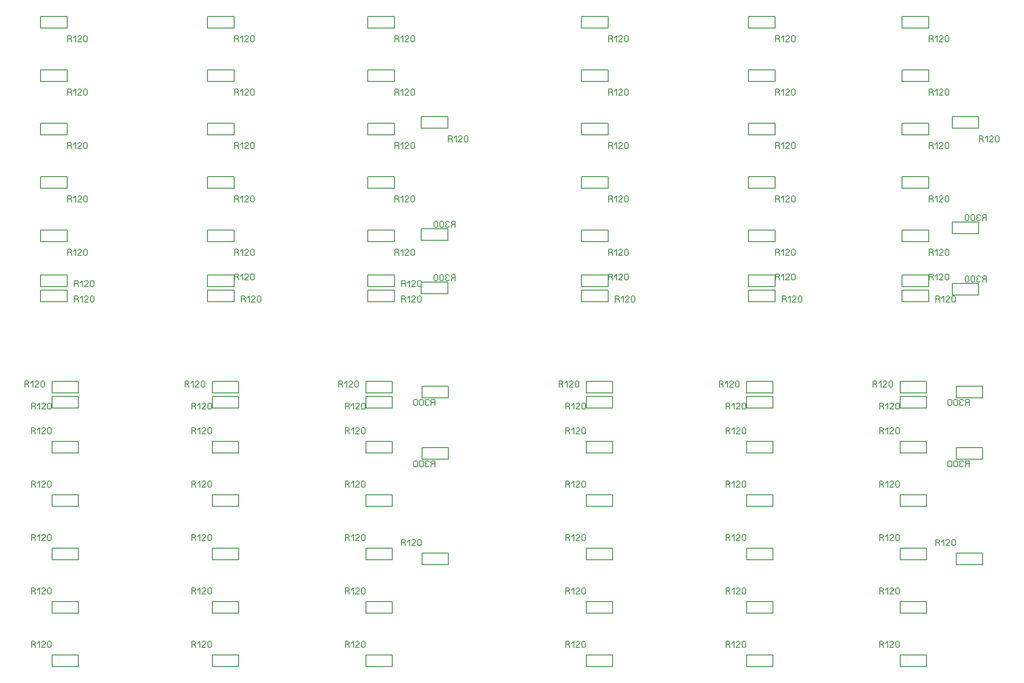
<source format=gbr>
%FSLAX34Y34*%
%MOMM*%
%LNSILK_BOTTOM*%
G71*
G01*
%ADD10C, 0.150*%
%ADD11C, 0.206*%
%LPD*%
G54D10*
X325400Y-638875D02*
X325400Y-660875D01*
X275400Y-660875D01*
X275400Y-638875D01*
X325400Y-638875D01*
G54D11*
X343153Y-655303D02*
X345753Y-656748D01*
X346619Y-658192D01*
X346619Y-661081D01*
G54D11*
X339686Y-661081D02*
X339686Y-649525D01*
X344019Y-649525D01*
X345753Y-650248D01*
X346619Y-651692D01*
X346619Y-653136D01*
X345753Y-654581D01*
X344019Y-655303D01*
X339686Y-655303D01*
G54D11*
X350663Y-653858D02*
X354996Y-649525D01*
X354996Y-661081D01*
G54D11*
X365973Y-661081D02*
X359040Y-661081D01*
X359040Y-660358D01*
X359907Y-658914D01*
X365107Y-654581D01*
X365973Y-653136D01*
X365973Y-651692D01*
X365107Y-650248D01*
X363373Y-649525D01*
X361640Y-649525D01*
X359907Y-650248D01*
X359040Y-651692D01*
G54D11*
X376950Y-651692D02*
X376950Y-658914D01*
X376084Y-660358D01*
X374350Y-661081D01*
X372617Y-661081D01*
X370884Y-660358D01*
X370017Y-658914D01*
X370017Y-651692D01*
X370884Y-650248D01*
X372617Y-649525D01*
X374350Y-649525D01*
X376084Y-650248D01*
X376950Y-651692D01*
G54D10*
X325400Y-609665D02*
X325400Y-631665D01*
X275400Y-631665D01*
X275400Y-609665D01*
X325400Y-609665D01*
G54D11*
X343153Y-626093D02*
X345753Y-627538D01*
X346619Y-628982D01*
X346619Y-631871D01*
G54D11*
X339686Y-631871D02*
X339686Y-620315D01*
X344019Y-620315D01*
X345753Y-621038D01*
X346619Y-622482D01*
X346619Y-623926D01*
X345753Y-625371D01*
X344019Y-626093D01*
X339686Y-626093D01*
G54D11*
X350663Y-624648D02*
X354996Y-620315D01*
X354996Y-631871D01*
G54D11*
X365973Y-631871D02*
X359040Y-631871D01*
X359040Y-631148D01*
X359907Y-629704D01*
X365107Y-625371D01*
X365973Y-623926D01*
X365973Y-622482D01*
X365107Y-621038D01*
X363373Y-620315D01*
X361640Y-620315D01*
X359907Y-621038D01*
X359040Y-622482D01*
G54D11*
X376950Y-622482D02*
X376950Y-629704D01*
X376084Y-631148D01*
X374350Y-631871D01*
X372617Y-631871D01*
X370884Y-631148D01*
X370017Y-629704D01*
X370017Y-622482D01*
X370884Y-621038D01*
X372617Y-620315D01*
X374350Y-620315D01*
X376084Y-621038D01*
X376950Y-622482D01*
G54D10*
X325400Y-524575D02*
X325400Y-546575D01*
X275400Y-546575D01*
X275400Y-524575D01*
X325400Y-524575D01*
G54D11*
X330453Y-566403D02*
X333053Y-567847D01*
X333919Y-569292D01*
X333919Y-572181D01*
G54D11*
X326986Y-572181D02*
X326986Y-560625D01*
X331319Y-560625D01*
X333053Y-561348D01*
X333919Y-562792D01*
X333919Y-564236D01*
X333053Y-565681D01*
X331319Y-566403D01*
X326986Y-566403D01*
G54D11*
X337963Y-564958D02*
X342296Y-560625D01*
X342296Y-572181D01*
G54D11*
X353273Y-572181D02*
X346340Y-572181D01*
X346340Y-571458D01*
X347207Y-570014D01*
X352407Y-565681D01*
X353273Y-564236D01*
X353273Y-562792D01*
X352407Y-561348D01*
X350673Y-560625D01*
X348940Y-560625D01*
X347207Y-561348D01*
X346340Y-562792D01*
G54D11*
X364250Y-562792D02*
X364250Y-570014D01*
X363384Y-571458D01*
X361650Y-572181D01*
X359917Y-572181D01*
X358184Y-571458D01*
X357317Y-570014D01*
X357317Y-562792D01*
X358184Y-561347D01*
X359917Y-560625D01*
X361650Y-560625D01*
X363384Y-561348D01*
X364250Y-562792D01*
G54D10*
X325400Y-422975D02*
X325400Y-444975D01*
X275400Y-444975D01*
X275400Y-422975D01*
X325400Y-422975D01*
G54D11*
X330453Y-464803D02*
X333053Y-466247D01*
X333919Y-467692D01*
X333919Y-470581D01*
G54D11*
X326986Y-470581D02*
X326986Y-459025D01*
X331319Y-459025D01*
X333053Y-459748D01*
X333919Y-461192D01*
X333919Y-462636D01*
X333053Y-464081D01*
X331319Y-464803D01*
X326986Y-464803D01*
G54D11*
X337963Y-463358D02*
X342296Y-459025D01*
X342296Y-470581D01*
G54D11*
X353273Y-470581D02*
X346340Y-470581D01*
X346340Y-469858D01*
X347207Y-468414D01*
X352407Y-464081D01*
X353273Y-462636D01*
X353273Y-461192D01*
X352407Y-459748D01*
X350673Y-459025D01*
X348940Y-459025D01*
X347207Y-459748D01*
X346340Y-461192D01*
G54D11*
X364250Y-461192D02*
X364250Y-468414D01*
X363384Y-469858D01*
X361650Y-470581D01*
X359917Y-470581D01*
X358184Y-469858D01*
X357317Y-468414D01*
X357317Y-461192D01*
X358184Y-459747D01*
X359917Y-459025D01*
X361650Y-459025D01*
X363384Y-459748D01*
X364250Y-461192D01*
G54D10*
X325400Y-321375D02*
X325400Y-343375D01*
X275400Y-343375D01*
X275400Y-321375D01*
X325400Y-321375D01*
G54D11*
X330453Y-363203D02*
X333053Y-364647D01*
X333919Y-366092D01*
X333919Y-368981D01*
G54D11*
X326986Y-368981D02*
X326986Y-357425D01*
X331319Y-357425D01*
X333053Y-358148D01*
X333919Y-359592D01*
X333919Y-361036D01*
X333053Y-362481D01*
X331319Y-363203D01*
X326986Y-363203D01*
G54D11*
X337963Y-361758D02*
X342296Y-357425D01*
X342296Y-368981D01*
G54D11*
X353273Y-368981D02*
X346340Y-368981D01*
X346340Y-368258D01*
X347207Y-366814D01*
X352407Y-362481D01*
X353273Y-361036D01*
X353273Y-359592D01*
X352407Y-358148D01*
X350673Y-357425D01*
X348940Y-357425D01*
X347207Y-358148D01*
X346340Y-359592D01*
G54D11*
X364250Y-359592D02*
X364250Y-366814D01*
X363384Y-368258D01*
X361650Y-368981D01*
X359917Y-368981D01*
X358184Y-368258D01*
X357317Y-366814D01*
X357317Y-359592D01*
X358184Y-358147D01*
X359917Y-357425D01*
X361650Y-357425D01*
X363384Y-358148D01*
X364250Y-359592D01*
G54D10*
X325400Y-219775D02*
X325400Y-241775D01*
X275400Y-241775D01*
X275400Y-219775D01*
X325400Y-219775D01*
G54D11*
X330453Y-261603D02*
X333053Y-263047D01*
X333919Y-264492D01*
X333919Y-267381D01*
G54D11*
X326986Y-267381D02*
X326986Y-255825D01*
X331319Y-255825D01*
X333053Y-256548D01*
X333919Y-257992D01*
X333919Y-259436D01*
X333053Y-260881D01*
X331319Y-261603D01*
X326986Y-261603D01*
G54D11*
X337963Y-260158D02*
X342296Y-255825D01*
X342296Y-267381D01*
G54D11*
X353273Y-267381D02*
X346340Y-267381D01*
X346340Y-266658D01*
X347207Y-265214D01*
X352407Y-260881D01*
X353273Y-259436D01*
X353273Y-257992D01*
X352407Y-256548D01*
X350673Y-255825D01*
X348940Y-255825D01*
X347207Y-256548D01*
X346340Y-257992D01*
G54D11*
X364250Y-257992D02*
X364250Y-265214D01*
X363384Y-266658D01*
X361650Y-267381D01*
X359917Y-267381D01*
X358184Y-266658D01*
X357317Y-265214D01*
X357317Y-257992D01*
X358184Y-256547D01*
X359917Y-255825D01*
X361650Y-255825D01*
X363384Y-256548D01*
X364250Y-257992D01*
G54D10*
X325400Y-118175D02*
X325400Y-140175D01*
X275400Y-140175D01*
X275400Y-118175D01*
X325400Y-118175D01*
G54D11*
X330453Y-160003D02*
X333053Y-161447D01*
X333919Y-162892D01*
X333919Y-165781D01*
G54D11*
X326986Y-165781D02*
X326986Y-154225D01*
X331319Y-154225D01*
X333053Y-154948D01*
X333919Y-156392D01*
X333919Y-157836D01*
X333053Y-159281D01*
X331319Y-160003D01*
X326986Y-160003D01*
G54D11*
X337963Y-158558D02*
X342296Y-154225D01*
X342296Y-165781D01*
G54D11*
X353273Y-165781D02*
X346340Y-165781D01*
X346340Y-165058D01*
X347207Y-163614D01*
X352407Y-159281D01*
X353273Y-157836D01*
X353273Y-156392D01*
X352407Y-154948D01*
X350673Y-154225D01*
X348940Y-154225D01*
X347207Y-154948D01*
X346340Y-156392D01*
G54D11*
X364250Y-156392D02*
X364250Y-163614D01*
X363384Y-165058D01*
X361650Y-165781D01*
X359917Y-165781D01*
X358184Y-165058D01*
X357317Y-163614D01*
X357317Y-156392D01*
X358184Y-154947D01*
X359917Y-154225D01*
X361650Y-154225D01*
X363384Y-154948D01*
X364250Y-156392D01*
G54D10*
X642900Y-638875D02*
X642900Y-660875D01*
X592900Y-660875D01*
X592900Y-638875D01*
X642900Y-638875D01*
G54D11*
X660653Y-655303D02*
X663253Y-656748D01*
X664119Y-658192D01*
X664119Y-661081D01*
G54D11*
X657186Y-661081D02*
X657186Y-649525D01*
X661519Y-649525D01*
X663253Y-650248D01*
X664119Y-651692D01*
X664119Y-653136D01*
X663253Y-654581D01*
X661519Y-655303D01*
X657186Y-655303D01*
G54D11*
X668163Y-653858D02*
X672496Y-649525D01*
X672496Y-661081D01*
G54D11*
X683473Y-661081D02*
X676540Y-661081D01*
X676540Y-660358D01*
X677407Y-658914D01*
X682607Y-654581D01*
X683473Y-653136D01*
X683473Y-651692D01*
X682607Y-650248D01*
X680873Y-649525D01*
X679140Y-649525D01*
X677407Y-650248D01*
X676540Y-651692D01*
G54D11*
X694450Y-651692D02*
X694450Y-658914D01*
X693584Y-660358D01*
X691850Y-661081D01*
X690117Y-661081D01*
X688384Y-660358D01*
X687517Y-658914D01*
X687517Y-651692D01*
X688384Y-650248D01*
X690117Y-649525D01*
X691850Y-649525D01*
X693584Y-650248D01*
X694450Y-651692D01*
G54D10*
X642900Y-609665D02*
X642900Y-631665D01*
X592900Y-631665D01*
X592900Y-609665D01*
X642900Y-609665D01*
G54D11*
X647953Y-613393D02*
X650553Y-614837D01*
X651419Y-616282D01*
X651419Y-619171D01*
G54D11*
X644486Y-619171D02*
X644486Y-607615D01*
X648819Y-607615D01*
X650553Y-608338D01*
X651419Y-609782D01*
X651419Y-611226D01*
X650553Y-612671D01*
X648819Y-613393D01*
X644486Y-613393D01*
G54D11*
X655463Y-611948D02*
X659796Y-607615D01*
X659796Y-619171D01*
G54D11*
X670773Y-619171D02*
X663840Y-619171D01*
X663840Y-618448D01*
X664707Y-617004D01*
X669907Y-612671D01*
X670773Y-611226D01*
X670773Y-609782D01*
X669907Y-608338D01*
X668173Y-607615D01*
X666440Y-607615D01*
X664707Y-608338D01*
X663840Y-609782D01*
G54D11*
X681750Y-609782D02*
X681750Y-617004D01*
X680884Y-618448D01*
X679150Y-619171D01*
X677417Y-619171D01*
X675684Y-618448D01*
X674817Y-617004D01*
X674817Y-609782D01*
X675684Y-608337D01*
X677417Y-607615D01*
X679150Y-607615D01*
X680884Y-608338D01*
X681750Y-609782D01*
G54D10*
X642900Y-524575D02*
X642900Y-546575D01*
X592900Y-546575D01*
X592900Y-524575D01*
X642900Y-524575D01*
G54D11*
X647953Y-566403D02*
X650553Y-567847D01*
X651419Y-569292D01*
X651419Y-572181D01*
G54D11*
X644486Y-572181D02*
X644486Y-560625D01*
X648819Y-560625D01*
X650553Y-561348D01*
X651419Y-562792D01*
X651419Y-564236D01*
X650553Y-565681D01*
X648819Y-566403D01*
X644486Y-566403D01*
G54D11*
X655463Y-564958D02*
X659796Y-560625D01*
X659796Y-572181D01*
G54D11*
X670773Y-572181D02*
X663840Y-572181D01*
X663840Y-571458D01*
X664707Y-570014D01*
X669907Y-565681D01*
X670773Y-564236D01*
X670773Y-562792D01*
X669907Y-561348D01*
X668173Y-560625D01*
X666440Y-560625D01*
X664707Y-561348D01*
X663840Y-562792D01*
G54D11*
X681750Y-562792D02*
X681750Y-570014D01*
X680884Y-571458D01*
X679150Y-572181D01*
X677417Y-572181D01*
X675684Y-571458D01*
X674817Y-570014D01*
X674817Y-562792D01*
X675684Y-561347D01*
X677417Y-560625D01*
X679150Y-560625D01*
X680884Y-561348D01*
X681750Y-562792D01*
G54D10*
X642900Y-422975D02*
X642900Y-444975D01*
X592900Y-444975D01*
X592900Y-422975D01*
X642900Y-422975D01*
G54D11*
X647953Y-464803D02*
X650553Y-466247D01*
X651419Y-467692D01*
X651419Y-470581D01*
G54D11*
X644486Y-470581D02*
X644486Y-459025D01*
X648819Y-459025D01*
X650553Y-459748D01*
X651419Y-461192D01*
X651419Y-462636D01*
X650553Y-464081D01*
X648819Y-464803D01*
X644486Y-464803D01*
G54D11*
X655463Y-463358D02*
X659796Y-459025D01*
X659796Y-470581D01*
G54D11*
X670773Y-470581D02*
X663840Y-470581D01*
X663840Y-469858D01*
X664707Y-468414D01*
X669907Y-464081D01*
X670773Y-462636D01*
X670773Y-461192D01*
X669907Y-459748D01*
X668173Y-459025D01*
X666440Y-459025D01*
X664707Y-459748D01*
X663840Y-461192D01*
G54D11*
X681750Y-461192D02*
X681750Y-468414D01*
X680884Y-469858D01*
X679150Y-470581D01*
X677417Y-470581D01*
X675684Y-469858D01*
X674817Y-468414D01*
X674817Y-461192D01*
X675684Y-459747D01*
X677417Y-459025D01*
X679150Y-459025D01*
X680884Y-459748D01*
X681750Y-461192D01*
G54D10*
X642900Y-321375D02*
X642900Y-343375D01*
X592900Y-343375D01*
X592900Y-321375D01*
X642900Y-321375D01*
G54D11*
X647953Y-363203D02*
X650553Y-364647D01*
X651419Y-366092D01*
X651419Y-368981D01*
G54D11*
X644486Y-368981D02*
X644486Y-357425D01*
X648819Y-357425D01*
X650553Y-358148D01*
X651419Y-359592D01*
X651419Y-361036D01*
X650553Y-362481D01*
X648819Y-363203D01*
X644486Y-363203D01*
G54D11*
X655463Y-361758D02*
X659796Y-357425D01*
X659796Y-368981D01*
G54D11*
X670773Y-368981D02*
X663840Y-368981D01*
X663840Y-368258D01*
X664707Y-366814D01*
X669907Y-362481D01*
X670773Y-361036D01*
X670773Y-359592D01*
X669907Y-358148D01*
X668173Y-357425D01*
X666440Y-357425D01*
X664707Y-358148D01*
X663840Y-359592D01*
G54D11*
X681750Y-359592D02*
X681750Y-366814D01*
X680884Y-368258D01*
X679150Y-368981D01*
X677417Y-368981D01*
X675684Y-368258D01*
X674817Y-366814D01*
X674817Y-359592D01*
X675684Y-358147D01*
X677417Y-357425D01*
X679150Y-357425D01*
X680884Y-358148D01*
X681750Y-359592D01*
G54D10*
X642900Y-219775D02*
X642900Y-241775D01*
X592900Y-241775D01*
X592900Y-219775D01*
X642900Y-219775D01*
G54D11*
X647953Y-261603D02*
X650553Y-263047D01*
X651419Y-264492D01*
X651419Y-267381D01*
G54D11*
X644486Y-267381D02*
X644486Y-255825D01*
X648819Y-255825D01*
X650553Y-256548D01*
X651419Y-257992D01*
X651419Y-259436D01*
X650553Y-260881D01*
X648819Y-261603D01*
X644486Y-261603D01*
G54D11*
X655463Y-260158D02*
X659796Y-255825D01*
X659796Y-267381D01*
G54D11*
X670773Y-267381D02*
X663840Y-267381D01*
X663840Y-266658D01*
X664707Y-265214D01*
X669907Y-260881D01*
X670773Y-259436D01*
X670773Y-257992D01*
X669907Y-256548D01*
X668173Y-255825D01*
X666440Y-255825D01*
X664707Y-256548D01*
X663840Y-257992D01*
G54D11*
X681750Y-257992D02*
X681750Y-265214D01*
X680884Y-266658D01*
X679150Y-267381D01*
X677417Y-267381D01*
X675684Y-266658D01*
X674817Y-265214D01*
X674817Y-257992D01*
X675684Y-256547D01*
X677417Y-255825D01*
X679150Y-255825D01*
X680884Y-256548D01*
X681750Y-257992D01*
G54D10*
X642900Y-118175D02*
X642900Y-140175D01*
X592900Y-140175D01*
X592900Y-118175D01*
X642900Y-118175D01*
G54D11*
X647953Y-160003D02*
X650553Y-161447D01*
X651419Y-162892D01*
X651419Y-165781D01*
G54D11*
X644486Y-165781D02*
X644486Y-154225D01*
X648819Y-154225D01*
X650553Y-154948D01*
X651419Y-156392D01*
X651419Y-157836D01*
X650553Y-159281D01*
X648819Y-160003D01*
X644486Y-160003D01*
G54D11*
X655463Y-158558D02*
X659796Y-154225D01*
X659796Y-165781D01*
G54D11*
X670773Y-165781D02*
X663840Y-165781D01*
X663840Y-165058D01*
X664707Y-163614D01*
X669907Y-159281D01*
X670773Y-157836D01*
X670773Y-156392D01*
X669907Y-154948D01*
X668173Y-154225D01*
X666440Y-154225D01*
X664707Y-154948D01*
X663840Y-156392D01*
G54D11*
X681750Y-156392D02*
X681750Y-163614D01*
X680884Y-165058D01*
X679150Y-165781D01*
X677417Y-165781D01*
X675684Y-165058D01*
X674817Y-163614D01*
X674817Y-156392D01*
X675684Y-154947D01*
X677417Y-154225D01*
X679150Y-154225D01*
X680884Y-154948D01*
X681750Y-156392D01*
G54D10*
X947700Y-638875D02*
X947700Y-660875D01*
X897700Y-660875D01*
X897700Y-638875D01*
X947700Y-638875D01*
G54D11*
X965453Y-655303D02*
X968053Y-656748D01*
X968919Y-658192D01*
X968919Y-661080D01*
G54D11*
X961986Y-661081D02*
X961986Y-649525D01*
X966319Y-649525D01*
X968053Y-650248D01*
X968919Y-651692D01*
X968919Y-653136D01*
X968053Y-654581D01*
X966319Y-655303D01*
X961986Y-655303D01*
G54D11*
X972963Y-653858D02*
X977296Y-649525D01*
X977296Y-661080D01*
G54D11*
X988273Y-661081D02*
X981340Y-661080D01*
X981340Y-660358D01*
X982207Y-658914D01*
X987407Y-654581D01*
X988273Y-653136D01*
X988273Y-651692D01*
X987407Y-650248D01*
X985673Y-649525D01*
X983940Y-649525D01*
X982207Y-650248D01*
X981340Y-651692D01*
G54D11*
X999250Y-651692D02*
X999250Y-658914D01*
X998384Y-660358D01*
X996650Y-661081D01*
X994917Y-661080D01*
X993184Y-660358D01*
X992317Y-658914D01*
X992317Y-651692D01*
X993184Y-650248D01*
X994917Y-649525D01*
X996650Y-649525D01*
X998384Y-650248D01*
X999250Y-651692D01*
G54D10*
X947700Y-609665D02*
X947700Y-631665D01*
X897700Y-631665D01*
X897700Y-609665D01*
X947700Y-609665D01*
G54D11*
X965453Y-626093D02*
X968053Y-627538D01*
X968919Y-628982D01*
X968919Y-631870D01*
G54D11*
X961986Y-631871D02*
X961986Y-620315D01*
X966319Y-620315D01*
X968053Y-621038D01*
X968919Y-622482D01*
X968919Y-623926D01*
X968053Y-625371D01*
X966319Y-626093D01*
X961986Y-626093D01*
G54D11*
X972963Y-624648D02*
X977296Y-620315D01*
X977296Y-631870D01*
G54D11*
X988273Y-631871D02*
X981340Y-631870D01*
X981340Y-631148D01*
X982207Y-629704D01*
X987407Y-625371D01*
X988273Y-623926D01*
X988273Y-622482D01*
X987407Y-621038D01*
X985673Y-620315D01*
X983940Y-620315D01*
X982207Y-621038D01*
X981340Y-622482D01*
G54D11*
X999250Y-622482D02*
X999250Y-629704D01*
X998384Y-631148D01*
X996650Y-631871D01*
X994917Y-631870D01*
X993184Y-631148D01*
X992317Y-629704D01*
X992317Y-622482D01*
X993184Y-621038D01*
X994917Y-620315D01*
X996650Y-620315D01*
X998384Y-621038D01*
X999250Y-622482D01*
G54D10*
X947700Y-524575D02*
X947700Y-546575D01*
X897700Y-546575D01*
X897700Y-524575D01*
X947700Y-524575D01*
G54D11*
X952753Y-566403D02*
X955353Y-567847D01*
X956219Y-569292D01*
X956219Y-572181D01*
G54D11*
X949286Y-572181D02*
X949286Y-560625D01*
X953619Y-560625D01*
X955353Y-561347D01*
X956219Y-562792D01*
X956219Y-564236D01*
X955353Y-565681D01*
X953619Y-566403D01*
X949286Y-566403D01*
G54D11*
X960263Y-564958D02*
X964596Y-560625D01*
X964596Y-572181D01*
G54D11*
X975573Y-572181D02*
X968640Y-572181D01*
X968640Y-571458D01*
X969507Y-570014D01*
X974707Y-565681D01*
X975573Y-564236D01*
X975573Y-562792D01*
X974707Y-561347D01*
X972973Y-560625D01*
X971240Y-560625D01*
X969507Y-561347D01*
X968640Y-562792D01*
G54D11*
X986550Y-562792D02*
X986550Y-570014D01*
X985684Y-571458D01*
X983950Y-572181D01*
X982217Y-572181D01*
X980484Y-571458D01*
X979617Y-570014D01*
X979617Y-562792D01*
X980484Y-561347D01*
X982217Y-560625D01*
X983950Y-560625D01*
X985684Y-561347D01*
X986550Y-562792D01*
G54D10*
X947700Y-422975D02*
X947700Y-444975D01*
X897700Y-444975D01*
X897700Y-422975D01*
X947700Y-422975D01*
G54D11*
X952753Y-464803D02*
X955353Y-466247D01*
X956219Y-467692D01*
X956219Y-470581D01*
G54D11*
X949286Y-470581D02*
X949286Y-459025D01*
X953619Y-459025D01*
X955353Y-459747D01*
X956219Y-461192D01*
X956219Y-462636D01*
X955353Y-464081D01*
X953619Y-464803D01*
X949286Y-464803D01*
G54D11*
X960263Y-463358D02*
X964596Y-459025D01*
X964596Y-470581D01*
G54D11*
X975573Y-470581D02*
X968640Y-470581D01*
X968640Y-469858D01*
X969507Y-468414D01*
X974707Y-464081D01*
X975573Y-462636D01*
X975573Y-461192D01*
X974707Y-459747D01*
X972973Y-459025D01*
X971240Y-459025D01*
X969507Y-459747D01*
X968640Y-461192D01*
G54D11*
X986550Y-461192D02*
X986550Y-468414D01*
X985684Y-469858D01*
X983950Y-470581D01*
X982217Y-470581D01*
X980484Y-469858D01*
X979617Y-468414D01*
X979617Y-461192D01*
X980484Y-459747D01*
X982217Y-459025D01*
X983950Y-459025D01*
X985684Y-459747D01*
X986550Y-461192D01*
G54D10*
X947700Y-321375D02*
X947700Y-343375D01*
X897700Y-343375D01*
X897700Y-321375D01*
X947700Y-321375D01*
G54D11*
X952753Y-363203D02*
X955353Y-364647D01*
X956219Y-366092D01*
X956219Y-368981D01*
G54D11*
X949286Y-368981D02*
X949286Y-357425D01*
X953619Y-357425D01*
X955353Y-358147D01*
X956219Y-359592D01*
X956219Y-361036D01*
X955353Y-362481D01*
X953619Y-363203D01*
X949286Y-363203D01*
G54D11*
X960263Y-361758D02*
X964596Y-357425D01*
X964596Y-368981D01*
G54D11*
X975573Y-368981D02*
X968640Y-368981D01*
X968640Y-368258D01*
X969507Y-366814D01*
X974707Y-362481D01*
X975573Y-361036D01*
X975573Y-359592D01*
X974707Y-358147D01*
X972973Y-357425D01*
X971240Y-357425D01*
X969507Y-358147D01*
X968640Y-359592D01*
G54D11*
X986550Y-359592D02*
X986550Y-366814D01*
X985684Y-368258D01*
X983950Y-368981D01*
X982217Y-368981D01*
X980484Y-368258D01*
X979617Y-366814D01*
X979617Y-359592D01*
X980484Y-358147D01*
X982217Y-357425D01*
X983950Y-357425D01*
X985684Y-358147D01*
X986550Y-359592D01*
G54D10*
X947700Y-219775D02*
X947700Y-241775D01*
X897700Y-241775D01*
X897700Y-219775D01*
X947700Y-219775D01*
G54D11*
X952753Y-261603D02*
X955353Y-263047D01*
X956219Y-264492D01*
X956219Y-267381D01*
G54D11*
X949286Y-267381D02*
X949286Y-255825D01*
X953619Y-255825D01*
X955353Y-256547D01*
X956219Y-257992D01*
X956219Y-259436D01*
X955353Y-260881D01*
X953619Y-261603D01*
X949286Y-261603D01*
G54D11*
X960263Y-260158D02*
X964596Y-255825D01*
X964596Y-267381D01*
G54D11*
X975573Y-267381D02*
X968640Y-267381D01*
X968640Y-266658D01*
X969507Y-265214D01*
X974707Y-260881D01*
X975573Y-259436D01*
X975573Y-257992D01*
X974707Y-256547D01*
X972973Y-255825D01*
X971240Y-255825D01*
X969507Y-256547D01*
X968640Y-257992D01*
G54D11*
X986550Y-257992D02*
X986550Y-265214D01*
X985684Y-266658D01*
X983950Y-267381D01*
X982217Y-267381D01*
X980484Y-266658D01*
X979617Y-265214D01*
X979617Y-257992D01*
X980484Y-256547D01*
X982217Y-255825D01*
X983950Y-255825D01*
X985684Y-256547D01*
X986550Y-257992D01*
G54D10*
X947700Y-118175D02*
X947700Y-140175D01*
X897700Y-140175D01*
X897700Y-118175D01*
X947700Y-118175D01*
G54D11*
X952753Y-160003D02*
X955353Y-161447D01*
X956219Y-162892D01*
X956219Y-165781D01*
G54D11*
X949286Y-165781D02*
X949286Y-154225D01*
X953619Y-154225D01*
X955353Y-154948D01*
X956219Y-156392D01*
X956219Y-157836D01*
X955353Y-159281D01*
X953619Y-160003D01*
X949286Y-160003D01*
G54D11*
X960263Y-158558D02*
X964596Y-154225D01*
X964596Y-165781D01*
G54D11*
X975573Y-165781D02*
X968640Y-165781D01*
X968640Y-165058D01*
X969507Y-163614D01*
X974707Y-159281D01*
X975573Y-157836D01*
X975573Y-156392D01*
X974707Y-154948D01*
X972973Y-154225D01*
X971240Y-154225D01*
X969507Y-154948D01*
X968640Y-156392D01*
G54D11*
X986550Y-156392D02*
X986550Y-163614D01*
X985684Y-165058D01*
X983950Y-165781D01*
X982217Y-165781D01*
X980484Y-165058D01*
X979617Y-163614D01*
X979617Y-156392D01*
X980484Y-154947D01*
X982217Y-154225D01*
X983950Y-154225D01*
X985684Y-154948D01*
X986550Y-156392D01*
G54D10*
X1049300Y-308675D02*
X1049300Y-330675D01*
X999300Y-330675D01*
X999300Y-308675D01*
X1049300Y-308675D01*
G54D11*
X1054353Y-350503D02*
X1056953Y-351947D01*
X1057819Y-353392D01*
X1057819Y-356281D01*
G54D11*
X1050886Y-356281D02*
X1050886Y-344725D01*
X1055219Y-344725D01*
X1056953Y-345448D01*
X1057819Y-346892D01*
X1057819Y-348336D01*
X1056953Y-349781D01*
X1055219Y-350503D01*
X1050886Y-350503D01*
G54D11*
X1061863Y-349058D02*
X1066196Y-344725D01*
X1066196Y-356281D01*
G54D11*
X1077173Y-356281D02*
X1070240Y-356281D01*
X1070240Y-355558D01*
X1071107Y-354114D01*
X1076306Y-349781D01*
X1077173Y-348336D01*
X1077173Y-346892D01*
X1076307Y-345448D01*
X1074573Y-344725D01*
X1072840Y-344725D01*
X1071107Y-345448D01*
X1070240Y-346892D01*
G54D11*
X1088150Y-346892D02*
X1088150Y-354114D01*
X1087284Y-355558D01*
X1085550Y-356281D01*
X1083817Y-356281D01*
X1082084Y-355558D01*
X1081217Y-354114D01*
X1081217Y-346892D01*
X1082084Y-345447D01*
X1083817Y-344725D01*
X1085550Y-344725D01*
X1087284Y-345448D01*
X1088150Y-346892D01*
G54D10*
X1049300Y-522035D02*
X1049300Y-544035D01*
X999300Y-544035D01*
X999300Y-522035D01*
X1049300Y-522035D01*
G54D11*
X1060119Y-513063D02*
X1057519Y-514508D01*
X1056653Y-515952D01*
X1056653Y-518841D01*
G54D11*
X1063586Y-518841D02*
X1063586Y-507285D01*
X1059253Y-507285D01*
X1057519Y-508008D01*
X1056653Y-509452D01*
X1056653Y-510896D01*
X1057519Y-512341D01*
X1059253Y-513063D01*
X1063586Y-513063D01*
G54D11*
X1052609Y-509452D02*
X1051742Y-508008D01*
X1050009Y-507285D01*
X1048276Y-507285D01*
X1046542Y-508008D01*
X1045676Y-509452D01*
X1045676Y-510896D01*
X1046542Y-512341D01*
X1048276Y-513063D01*
X1046542Y-513785D01*
X1045676Y-515230D01*
X1045676Y-516674D01*
X1046542Y-518118D01*
X1048276Y-518841D01*
X1050009Y-518841D01*
X1051742Y-518118D01*
X1052609Y-516674D01*
G54D11*
X1034699Y-509452D02*
X1034699Y-516674D01*
X1035565Y-518118D01*
X1037299Y-518841D01*
X1039032Y-518841D01*
X1040765Y-518118D01*
X1041632Y-516674D01*
X1041632Y-509452D01*
X1040765Y-508008D01*
X1039032Y-507285D01*
X1037299Y-507285D01*
X1035565Y-508008D01*
X1034699Y-509452D01*
G54D11*
X1023722Y-509452D02*
X1023722Y-516674D01*
X1024588Y-518118D01*
X1026322Y-518841D01*
X1028055Y-518841D01*
X1029788Y-518118D01*
X1030655Y-516674D01*
X1030655Y-509452D01*
X1029788Y-508008D01*
X1028055Y-507285D01*
X1026322Y-507285D01*
X1024588Y-508008D01*
X1023722Y-509452D01*
G54D10*
X1354100Y-638875D02*
X1354100Y-660875D01*
X1304100Y-660875D01*
X1304100Y-638875D01*
X1354100Y-638875D01*
G54D11*
X1371852Y-655303D02*
X1374453Y-656748D01*
X1375319Y-658192D01*
X1375319Y-661081D01*
G54D11*
X1368386Y-661081D02*
X1368386Y-649525D01*
X1372719Y-649525D01*
X1374453Y-650248D01*
X1375319Y-651692D01*
X1375319Y-653136D01*
X1374453Y-654581D01*
X1372719Y-655303D01*
X1368386Y-655303D01*
G54D11*
X1379363Y-653858D02*
X1383696Y-649525D01*
X1383696Y-661081D01*
G54D11*
X1394673Y-661081D02*
X1387740Y-661081D01*
X1387740Y-660358D01*
X1388607Y-658914D01*
X1393807Y-654581D01*
X1394673Y-653136D01*
X1394673Y-651692D01*
X1393807Y-650248D01*
X1392073Y-649525D01*
X1390340Y-649525D01*
X1388607Y-650248D01*
X1387740Y-651692D01*
G54D11*
X1405650Y-651692D02*
X1405650Y-658914D01*
X1404784Y-660358D01*
X1403050Y-661081D01*
X1401317Y-661081D01*
X1399584Y-660358D01*
X1398717Y-658914D01*
X1398717Y-651692D01*
X1399584Y-650248D01*
X1401317Y-649525D01*
X1403050Y-649525D01*
X1404784Y-650248D01*
X1405650Y-651692D01*
G54D10*
X1354100Y-609665D02*
X1354100Y-631665D01*
X1304100Y-631665D01*
X1304100Y-609665D01*
X1354100Y-609665D01*
G54D11*
X1359152Y-613393D02*
X1361752Y-614838D01*
X1362619Y-616282D01*
X1362619Y-619171D01*
G54D11*
X1355686Y-619171D02*
X1355686Y-607615D01*
X1360019Y-607615D01*
X1361752Y-608338D01*
X1362619Y-609782D01*
X1362619Y-611226D01*
X1361752Y-612671D01*
X1360019Y-613393D01*
X1355686Y-613393D01*
G54D11*
X1366663Y-611948D02*
X1370996Y-607615D01*
X1370996Y-619171D01*
G54D11*
X1381973Y-619171D02*
X1375040Y-619171D01*
X1375040Y-618448D01*
X1375907Y-617004D01*
X1381107Y-612671D01*
X1381973Y-611226D01*
X1381973Y-609782D01*
X1381107Y-608338D01*
X1379373Y-607615D01*
X1377640Y-607615D01*
X1375907Y-608338D01*
X1375040Y-609782D01*
G54D11*
X1392950Y-609782D02*
X1392950Y-617004D01*
X1392084Y-618448D01*
X1390350Y-619171D01*
X1388617Y-619171D01*
X1386884Y-618448D01*
X1386017Y-617004D01*
X1386017Y-609782D01*
X1386884Y-608338D01*
X1388617Y-607615D01*
X1390350Y-607615D01*
X1392084Y-608338D01*
X1392950Y-609782D01*
G54D10*
X1354100Y-524575D02*
X1354100Y-546575D01*
X1304100Y-546575D01*
X1304100Y-524575D01*
X1354100Y-524575D01*
G54D11*
X1359152Y-566403D02*
X1361752Y-567847D01*
X1362619Y-569292D01*
X1362619Y-572181D01*
G54D11*
X1355686Y-572181D02*
X1355686Y-560625D01*
X1360019Y-560625D01*
X1361752Y-561348D01*
X1362619Y-562792D01*
X1362619Y-564236D01*
X1361752Y-565681D01*
X1360019Y-566403D01*
X1355686Y-566403D01*
G54D11*
X1366663Y-564958D02*
X1370996Y-560625D01*
X1370996Y-572181D01*
G54D11*
X1381973Y-572181D02*
X1375040Y-572181D01*
X1375040Y-571458D01*
X1375907Y-570014D01*
X1381107Y-565681D01*
X1381973Y-564236D01*
X1381973Y-562792D01*
X1381107Y-561348D01*
X1379373Y-560625D01*
X1377640Y-560625D01*
X1375907Y-561348D01*
X1375040Y-562792D01*
G54D11*
X1392950Y-562792D02*
X1392950Y-570014D01*
X1392084Y-571458D01*
X1390350Y-572181D01*
X1388617Y-572181D01*
X1386884Y-571458D01*
X1386017Y-570014D01*
X1386017Y-562792D01*
X1386884Y-561347D01*
X1388617Y-560625D01*
X1390350Y-560625D01*
X1392084Y-561348D01*
X1392950Y-562792D01*
G54D10*
X1354100Y-422975D02*
X1354100Y-444975D01*
X1304100Y-444975D01*
X1304100Y-422975D01*
X1354100Y-422975D01*
G54D11*
X1359152Y-464803D02*
X1361752Y-466247D01*
X1362619Y-467692D01*
X1362619Y-470581D01*
G54D11*
X1355686Y-470581D02*
X1355686Y-459025D01*
X1360019Y-459025D01*
X1361752Y-459748D01*
X1362619Y-461192D01*
X1362619Y-462636D01*
X1361752Y-464081D01*
X1360019Y-464803D01*
X1355686Y-464803D01*
G54D11*
X1366663Y-463358D02*
X1370996Y-459025D01*
X1370996Y-470581D01*
G54D11*
X1381973Y-470581D02*
X1375040Y-470581D01*
X1375040Y-469858D01*
X1375907Y-468414D01*
X1381107Y-464081D01*
X1381973Y-462636D01*
X1381973Y-461192D01*
X1381107Y-459748D01*
X1379373Y-459025D01*
X1377640Y-459025D01*
X1375907Y-459748D01*
X1375040Y-461192D01*
G54D11*
X1392950Y-461192D02*
X1392950Y-468414D01*
X1392084Y-469858D01*
X1390350Y-470581D01*
X1388617Y-470581D01*
X1386884Y-469858D01*
X1386017Y-468414D01*
X1386017Y-461192D01*
X1386884Y-459747D01*
X1388617Y-459025D01*
X1390350Y-459025D01*
X1392084Y-459748D01*
X1392950Y-461192D01*
G54D10*
X1354100Y-321375D02*
X1354100Y-343375D01*
X1304100Y-343375D01*
X1304100Y-321375D01*
X1354100Y-321375D01*
G54D11*
X1359152Y-363203D02*
X1361752Y-364647D01*
X1362619Y-366092D01*
X1362619Y-368981D01*
G54D11*
X1355686Y-368981D02*
X1355686Y-357425D01*
X1360019Y-357425D01*
X1361752Y-358148D01*
X1362619Y-359592D01*
X1362619Y-361036D01*
X1361752Y-362481D01*
X1360019Y-363203D01*
X1355686Y-363203D01*
G54D11*
X1366663Y-361758D02*
X1370996Y-357425D01*
X1370996Y-368981D01*
G54D11*
X1381973Y-368981D02*
X1375040Y-368981D01*
X1375040Y-368258D01*
X1375907Y-366814D01*
X1381107Y-362481D01*
X1381973Y-361036D01*
X1381973Y-359592D01*
X1381107Y-358148D01*
X1379373Y-357425D01*
X1377640Y-357425D01*
X1375907Y-358148D01*
X1375040Y-359592D01*
G54D11*
X1392950Y-359592D02*
X1392950Y-366814D01*
X1392084Y-368258D01*
X1390350Y-368981D01*
X1388617Y-368981D01*
X1386884Y-368258D01*
X1386017Y-366814D01*
X1386017Y-359592D01*
X1386884Y-358147D01*
X1388617Y-357425D01*
X1390350Y-357425D01*
X1392084Y-358148D01*
X1392950Y-359592D01*
G54D10*
X1354100Y-219775D02*
X1354100Y-241775D01*
X1304100Y-241775D01*
X1304100Y-219775D01*
X1354100Y-219775D01*
G54D11*
X1359152Y-261603D02*
X1361752Y-263047D01*
X1362619Y-264492D01*
X1362619Y-267381D01*
G54D11*
X1355686Y-267381D02*
X1355686Y-255825D01*
X1360019Y-255825D01*
X1361752Y-256548D01*
X1362619Y-257992D01*
X1362619Y-259436D01*
X1361752Y-260881D01*
X1360019Y-261603D01*
X1355686Y-261603D01*
G54D11*
X1366663Y-260158D02*
X1370996Y-255825D01*
X1370996Y-267381D01*
G54D11*
X1381973Y-267381D02*
X1375040Y-267381D01*
X1375040Y-266658D01*
X1375907Y-265214D01*
X1381107Y-260881D01*
X1381973Y-259436D01*
X1381973Y-257992D01*
X1381107Y-256548D01*
X1379373Y-255825D01*
X1377640Y-255825D01*
X1375907Y-256548D01*
X1375040Y-257992D01*
G54D11*
X1392950Y-257992D02*
X1392950Y-265214D01*
X1392084Y-266658D01*
X1390350Y-267381D01*
X1388617Y-267381D01*
X1386884Y-266658D01*
X1386017Y-265214D01*
X1386017Y-257992D01*
X1386884Y-256547D01*
X1388617Y-255825D01*
X1390350Y-255825D01*
X1392084Y-256548D01*
X1392950Y-257992D01*
G54D10*
X1354100Y-118175D02*
X1354100Y-140175D01*
X1304100Y-140175D01*
X1304100Y-118175D01*
X1354100Y-118175D01*
G54D11*
X1359152Y-160003D02*
X1361752Y-161447D01*
X1362619Y-162892D01*
X1362619Y-165781D01*
G54D11*
X1355686Y-165781D02*
X1355686Y-154225D01*
X1360019Y-154225D01*
X1361752Y-154948D01*
X1362619Y-156392D01*
X1362619Y-157836D01*
X1361752Y-159281D01*
X1360019Y-160003D01*
X1355686Y-160003D01*
G54D11*
X1366663Y-158558D02*
X1370996Y-154225D01*
X1370996Y-165781D01*
G54D11*
X1381973Y-165781D02*
X1375040Y-165781D01*
X1375040Y-165058D01*
X1375907Y-163614D01*
X1381107Y-159281D01*
X1381973Y-157836D01*
X1381973Y-156392D01*
X1381107Y-154948D01*
X1379373Y-154225D01*
X1377640Y-154225D01*
X1375907Y-154948D01*
X1375040Y-156392D01*
G54D11*
X1392950Y-156392D02*
X1392950Y-163614D01*
X1392084Y-165058D01*
X1390350Y-165781D01*
X1388617Y-165781D01*
X1386884Y-165058D01*
X1386017Y-163614D01*
X1386017Y-156392D01*
X1386884Y-154947D01*
X1388617Y-154225D01*
X1390350Y-154225D01*
X1392084Y-154948D01*
X1392950Y-156392D01*
G54D10*
X1671600Y-638875D02*
X1671600Y-660875D01*
X1621600Y-660875D01*
X1621600Y-638875D01*
X1671600Y-638875D01*
G54D11*
X1689352Y-655303D02*
X1691953Y-656748D01*
X1692819Y-658192D01*
X1692819Y-661081D01*
G54D11*
X1685886Y-661081D02*
X1685886Y-649525D01*
X1690219Y-649525D01*
X1691953Y-650248D01*
X1692819Y-651692D01*
X1692819Y-653136D01*
X1691953Y-654581D01*
X1690219Y-655303D01*
X1685886Y-655303D01*
G54D11*
X1696863Y-653858D02*
X1701196Y-649525D01*
X1701196Y-661081D01*
G54D11*
X1712173Y-661081D02*
X1705240Y-661081D01*
X1705240Y-660358D01*
X1706107Y-658914D01*
X1711307Y-654581D01*
X1712173Y-653136D01*
X1712173Y-651692D01*
X1711307Y-650248D01*
X1709573Y-649525D01*
X1707840Y-649525D01*
X1706107Y-650248D01*
X1705240Y-651692D01*
G54D11*
X1723150Y-651692D02*
X1723150Y-658914D01*
X1722284Y-660358D01*
X1720550Y-661081D01*
X1718817Y-661081D01*
X1717084Y-660358D01*
X1716217Y-658914D01*
X1716217Y-651692D01*
X1717084Y-650248D01*
X1718817Y-649525D01*
X1720550Y-649525D01*
X1722284Y-650248D01*
X1723150Y-651692D01*
G54D10*
X1671600Y-609665D02*
X1671600Y-631665D01*
X1621600Y-631665D01*
X1621600Y-609665D01*
X1671600Y-609665D01*
G54D11*
X1676652Y-613393D02*
X1679252Y-614838D01*
X1680119Y-616282D01*
X1680119Y-619171D01*
G54D11*
X1673186Y-619171D02*
X1673186Y-607615D01*
X1677519Y-607615D01*
X1679252Y-608338D01*
X1680119Y-609782D01*
X1680119Y-611226D01*
X1679252Y-612671D01*
X1677519Y-613393D01*
X1673186Y-613393D01*
G54D11*
X1684163Y-611948D02*
X1688496Y-607615D01*
X1688496Y-619171D01*
G54D11*
X1699473Y-619171D02*
X1692540Y-619171D01*
X1692540Y-618448D01*
X1693407Y-617004D01*
X1698607Y-612671D01*
X1699473Y-611226D01*
X1699473Y-609782D01*
X1698607Y-608338D01*
X1696873Y-607615D01*
X1695140Y-607615D01*
X1693407Y-608338D01*
X1692540Y-609782D01*
G54D11*
X1710450Y-609782D02*
X1710450Y-617004D01*
X1709584Y-618448D01*
X1707850Y-619171D01*
X1706117Y-619171D01*
X1704384Y-618448D01*
X1703517Y-617004D01*
X1703517Y-609782D01*
X1704384Y-608338D01*
X1706117Y-607615D01*
X1707850Y-607615D01*
X1709584Y-608338D01*
X1710450Y-609782D01*
G54D10*
X1671600Y-524575D02*
X1671600Y-546575D01*
X1621600Y-546575D01*
X1621600Y-524575D01*
X1671600Y-524575D01*
G54D11*
X1676652Y-566403D02*
X1679252Y-567847D01*
X1680119Y-569292D01*
X1680119Y-572181D01*
G54D11*
X1673186Y-572181D02*
X1673186Y-560625D01*
X1677519Y-560625D01*
X1679252Y-561348D01*
X1680119Y-562792D01*
X1680119Y-564236D01*
X1679252Y-565681D01*
X1677519Y-566403D01*
X1673186Y-566403D01*
G54D11*
X1684163Y-564958D02*
X1688496Y-560625D01*
X1688496Y-572181D01*
G54D11*
X1699473Y-572181D02*
X1692540Y-572181D01*
X1692540Y-571458D01*
X1693407Y-570014D01*
X1698607Y-565681D01*
X1699473Y-564236D01*
X1699473Y-562792D01*
X1698607Y-561348D01*
X1696873Y-560625D01*
X1695140Y-560625D01*
X1693407Y-561348D01*
X1692540Y-562792D01*
G54D11*
X1710450Y-562792D02*
X1710450Y-570014D01*
X1709584Y-571458D01*
X1707850Y-572181D01*
X1706117Y-572181D01*
X1704384Y-571458D01*
X1703517Y-570014D01*
X1703517Y-562792D01*
X1704384Y-561347D01*
X1706117Y-560625D01*
X1707850Y-560625D01*
X1709584Y-561348D01*
X1710450Y-562792D01*
G54D10*
X1671600Y-422975D02*
X1671600Y-444975D01*
X1621600Y-444975D01*
X1621600Y-422975D01*
X1671600Y-422975D01*
G54D11*
X1676652Y-464803D02*
X1679252Y-466247D01*
X1680119Y-467692D01*
X1680119Y-470581D01*
G54D11*
X1673186Y-470581D02*
X1673186Y-459025D01*
X1677519Y-459025D01*
X1679252Y-459748D01*
X1680119Y-461192D01*
X1680119Y-462636D01*
X1679252Y-464081D01*
X1677519Y-464803D01*
X1673186Y-464803D01*
G54D11*
X1684163Y-463358D02*
X1688496Y-459025D01*
X1688496Y-470581D01*
G54D11*
X1699473Y-470581D02*
X1692540Y-470581D01*
X1692540Y-469858D01*
X1693407Y-468414D01*
X1698607Y-464081D01*
X1699473Y-462636D01*
X1699473Y-461192D01*
X1698607Y-459748D01*
X1696873Y-459025D01*
X1695140Y-459025D01*
X1693407Y-459748D01*
X1692540Y-461192D01*
G54D11*
X1710450Y-461192D02*
X1710450Y-468414D01*
X1709584Y-469858D01*
X1707850Y-470581D01*
X1706117Y-470581D01*
X1704384Y-469858D01*
X1703517Y-468414D01*
X1703517Y-461192D01*
X1704384Y-459747D01*
X1706117Y-459025D01*
X1707850Y-459025D01*
X1709584Y-459748D01*
X1710450Y-461192D01*
G54D10*
X1671600Y-321375D02*
X1671600Y-343375D01*
X1621600Y-343375D01*
X1621600Y-321375D01*
X1671600Y-321375D01*
G54D11*
X1676652Y-363203D02*
X1679252Y-364647D01*
X1680119Y-366092D01*
X1680119Y-368981D01*
G54D11*
X1673186Y-368981D02*
X1673186Y-357425D01*
X1677519Y-357425D01*
X1679252Y-358148D01*
X1680119Y-359592D01*
X1680119Y-361036D01*
X1679252Y-362481D01*
X1677519Y-363203D01*
X1673186Y-363203D01*
G54D11*
X1684163Y-361758D02*
X1688496Y-357425D01*
X1688496Y-368981D01*
G54D11*
X1699473Y-368981D02*
X1692540Y-368981D01*
X1692540Y-368258D01*
X1693407Y-366814D01*
X1698607Y-362481D01*
X1699473Y-361036D01*
X1699473Y-359592D01*
X1698607Y-358148D01*
X1696873Y-357425D01*
X1695140Y-357425D01*
X1693407Y-358148D01*
X1692540Y-359592D01*
G54D11*
X1710450Y-359592D02*
X1710450Y-366814D01*
X1709584Y-368258D01*
X1707850Y-368981D01*
X1706117Y-368981D01*
X1704384Y-368258D01*
X1703517Y-366814D01*
X1703517Y-359592D01*
X1704384Y-358147D01*
X1706117Y-357425D01*
X1707850Y-357425D01*
X1709584Y-358148D01*
X1710450Y-359592D01*
G54D10*
X1671600Y-219775D02*
X1671600Y-241775D01*
X1621600Y-241775D01*
X1621600Y-219775D01*
X1671600Y-219775D01*
G54D11*
X1676652Y-261603D02*
X1679252Y-263047D01*
X1680119Y-264492D01*
X1680119Y-267381D01*
G54D11*
X1673186Y-267381D02*
X1673186Y-255825D01*
X1677519Y-255825D01*
X1679252Y-256548D01*
X1680119Y-257992D01*
X1680119Y-259436D01*
X1679252Y-260881D01*
X1677519Y-261603D01*
X1673186Y-261603D01*
G54D11*
X1684163Y-260158D02*
X1688496Y-255825D01*
X1688496Y-267381D01*
G54D11*
X1699473Y-267381D02*
X1692540Y-267381D01*
X1692540Y-266658D01*
X1693407Y-265214D01*
X1698607Y-260881D01*
X1699473Y-259436D01*
X1699473Y-257992D01*
X1698607Y-256548D01*
X1696873Y-255825D01*
X1695140Y-255825D01*
X1693407Y-256548D01*
X1692540Y-257992D01*
G54D11*
X1710450Y-257992D02*
X1710450Y-265214D01*
X1709584Y-266658D01*
X1707850Y-267381D01*
X1706117Y-267381D01*
X1704384Y-266658D01*
X1703517Y-265214D01*
X1703517Y-257992D01*
X1704384Y-256547D01*
X1706117Y-255825D01*
X1707850Y-255825D01*
X1709584Y-256548D01*
X1710450Y-257992D01*
G54D10*
X1671600Y-118175D02*
X1671600Y-140175D01*
X1621600Y-140175D01*
X1621600Y-118175D01*
X1671600Y-118175D01*
G54D11*
X1676652Y-160003D02*
X1679252Y-161447D01*
X1680119Y-162892D01*
X1680119Y-165781D01*
G54D11*
X1673186Y-165781D02*
X1673186Y-154225D01*
X1677519Y-154225D01*
X1679252Y-154948D01*
X1680119Y-156392D01*
X1680119Y-157836D01*
X1679252Y-159281D01*
X1677519Y-160003D01*
X1673186Y-160003D01*
G54D11*
X1684163Y-158558D02*
X1688496Y-154225D01*
X1688496Y-165781D01*
G54D11*
X1699473Y-165781D02*
X1692540Y-165781D01*
X1692540Y-165058D01*
X1693407Y-163614D01*
X1698607Y-159281D01*
X1699473Y-157836D01*
X1699473Y-156392D01*
X1698607Y-154948D01*
X1696873Y-154225D01*
X1695140Y-154225D01*
X1693407Y-154948D01*
X1692540Y-156392D01*
G54D11*
X1710450Y-156392D02*
X1710450Y-163614D01*
X1709584Y-165058D01*
X1707850Y-165781D01*
X1706117Y-165781D01*
X1704384Y-165058D01*
X1703517Y-163614D01*
X1703517Y-156392D01*
X1704384Y-154947D01*
X1706117Y-154225D01*
X1707850Y-154225D01*
X1709584Y-154948D01*
X1710450Y-156392D01*
G54D10*
X1963700Y-638875D02*
X1963700Y-660875D01*
X1913700Y-660875D01*
X1913700Y-638875D01*
X1963700Y-638875D01*
G54D11*
X1981452Y-655303D02*
X1984053Y-656748D01*
X1984919Y-658192D01*
X1984919Y-661081D01*
G54D11*
X1977986Y-661081D02*
X1977986Y-649525D01*
X1982319Y-649525D01*
X1984053Y-650248D01*
X1984919Y-651692D01*
X1984919Y-653136D01*
X1984053Y-654581D01*
X1982319Y-655303D01*
X1977986Y-655303D01*
G54D11*
X1988963Y-653858D02*
X1993296Y-649525D01*
X1993296Y-661081D01*
G54D11*
X2004273Y-661081D02*
X1997340Y-661081D01*
X1997340Y-660358D01*
X1998207Y-658914D01*
X2003407Y-654581D01*
X2004273Y-653136D01*
X2004273Y-651692D01*
X2003407Y-650248D01*
X2001673Y-649525D01*
X1999940Y-649525D01*
X1998207Y-650248D01*
X1997340Y-651692D01*
G54D11*
X2015250Y-651692D02*
X2015250Y-658914D01*
X2014384Y-660358D01*
X2012650Y-661081D01*
X2010917Y-661081D01*
X2009184Y-660358D01*
X2008317Y-658914D01*
X2008317Y-651692D01*
X2009184Y-650248D01*
X2010917Y-649525D01*
X2012650Y-649525D01*
X2014384Y-650248D01*
X2015250Y-651692D01*
G54D10*
X1963700Y-609665D02*
X1963700Y-631665D01*
X1913700Y-631665D01*
X1913700Y-609665D01*
X1963700Y-609665D01*
G54D11*
X1968752Y-613393D02*
X1971352Y-614838D01*
X1972219Y-616282D01*
X1972219Y-619171D01*
G54D11*
X1965286Y-619171D02*
X1965286Y-607615D01*
X1969619Y-607615D01*
X1971352Y-608338D01*
X1972219Y-609782D01*
X1972219Y-611226D01*
X1971352Y-612671D01*
X1969619Y-613393D01*
X1965286Y-613393D01*
G54D11*
X1976263Y-611948D02*
X1980596Y-607615D01*
X1980596Y-619171D01*
G54D11*
X1991573Y-619171D02*
X1984640Y-619171D01*
X1984640Y-618448D01*
X1985507Y-617004D01*
X1990707Y-612671D01*
X1991573Y-611226D01*
X1991573Y-609782D01*
X1990707Y-608338D01*
X1988973Y-607615D01*
X1987240Y-607615D01*
X1985507Y-608338D01*
X1984640Y-609782D01*
G54D11*
X2002550Y-609782D02*
X2002550Y-617004D01*
X2001684Y-618448D01*
X1999950Y-619171D01*
X1998217Y-619171D01*
X1996484Y-618448D01*
X1995617Y-617004D01*
X1995617Y-609782D01*
X1996484Y-608338D01*
X1998217Y-607615D01*
X1999950Y-607615D01*
X2001684Y-608338D01*
X2002550Y-609782D01*
G54D10*
X1963700Y-524575D02*
X1963700Y-546575D01*
X1913700Y-546575D01*
X1913700Y-524575D01*
X1963700Y-524575D01*
G54D11*
X1968752Y-566403D02*
X1971352Y-567847D01*
X1972219Y-569292D01*
X1972219Y-572181D01*
G54D11*
X1965286Y-572181D02*
X1965286Y-560625D01*
X1969619Y-560625D01*
X1971352Y-561348D01*
X1972219Y-562792D01*
X1972219Y-564236D01*
X1971352Y-565681D01*
X1969619Y-566403D01*
X1965286Y-566403D01*
G54D11*
X1976263Y-564958D02*
X1980596Y-560625D01*
X1980596Y-572181D01*
G54D11*
X1991573Y-572181D02*
X1984640Y-572181D01*
X1984640Y-571458D01*
X1985507Y-570014D01*
X1990707Y-565681D01*
X1991573Y-564236D01*
X1991573Y-562792D01*
X1990707Y-561348D01*
X1988973Y-560625D01*
X1987240Y-560625D01*
X1985507Y-561348D01*
X1984640Y-562792D01*
G54D11*
X2002550Y-562792D02*
X2002550Y-570014D01*
X2001684Y-571458D01*
X1999950Y-572181D01*
X1998217Y-572181D01*
X1996484Y-571458D01*
X1995617Y-570014D01*
X1995617Y-562792D01*
X1996484Y-561347D01*
X1998217Y-560625D01*
X1999950Y-560625D01*
X2001684Y-561348D01*
X2002550Y-562792D01*
G54D10*
X1963700Y-422975D02*
X1963700Y-444975D01*
X1913700Y-444975D01*
X1913700Y-422975D01*
X1963700Y-422975D01*
G54D11*
X1968752Y-464803D02*
X1971352Y-466247D01*
X1972219Y-467692D01*
X1972219Y-470581D01*
G54D11*
X1965286Y-470581D02*
X1965286Y-459025D01*
X1969619Y-459025D01*
X1971352Y-459748D01*
X1972219Y-461192D01*
X1972219Y-462636D01*
X1971352Y-464081D01*
X1969619Y-464803D01*
X1965286Y-464803D01*
G54D11*
X1976263Y-463358D02*
X1980596Y-459025D01*
X1980596Y-470581D01*
G54D11*
X1991573Y-470581D02*
X1984640Y-470581D01*
X1984640Y-469858D01*
X1985507Y-468414D01*
X1990707Y-464081D01*
X1991573Y-462636D01*
X1991573Y-461192D01*
X1990707Y-459748D01*
X1988973Y-459025D01*
X1987240Y-459025D01*
X1985507Y-459748D01*
X1984640Y-461192D01*
G54D11*
X2002550Y-461192D02*
X2002550Y-468414D01*
X2001684Y-469858D01*
X1999950Y-470581D01*
X1998217Y-470581D01*
X1996484Y-469858D01*
X1995617Y-468414D01*
X1995617Y-461192D01*
X1996484Y-459747D01*
X1998217Y-459025D01*
X1999950Y-459025D01*
X2001684Y-459748D01*
X2002550Y-461192D01*
G54D10*
X1963700Y-321375D02*
X1963700Y-343375D01*
X1913700Y-343375D01*
X1913700Y-321375D01*
X1963700Y-321375D01*
G54D11*
X1968752Y-363203D02*
X1971352Y-364647D01*
X1972219Y-366092D01*
X1972219Y-368981D01*
G54D11*
X1965286Y-368981D02*
X1965286Y-357425D01*
X1969619Y-357425D01*
X1971352Y-358148D01*
X1972219Y-359592D01*
X1972219Y-361036D01*
X1971352Y-362481D01*
X1969619Y-363203D01*
X1965286Y-363203D01*
G54D11*
X1976263Y-361758D02*
X1980596Y-357425D01*
X1980596Y-368981D01*
G54D11*
X1991573Y-368981D02*
X1984640Y-368981D01*
X1984640Y-368258D01*
X1985507Y-366814D01*
X1990707Y-362481D01*
X1991573Y-361036D01*
X1991573Y-359592D01*
X1990707Y-358148D01*
X1988973Y-357425D01*
X1987240Y-357425D01*
X1985507Y-358148D01*
X1984640Y-359592D01*
G54D11*
X2002550Y-359592D02*
X2002550Y-366814D01*
X2001684Y-368258D01*
X1999950Y-368981D01*
X1998217Y-368981D01*
X1996484Y-368258D01*
X1995617Y-366814D01*
X1995617Y-359592D01*
X1996484Y-358147D01*
X1998217Y-357425D01*
X1999950Y-357425D01*
X2001684Y-358148D01*
X2002550Y-359592D01*
G54D10*
X1963700Y-219775D02*
X1963700Y-241775D01*
X1913700Y-241775D01*
X1913700Y-219775D01*
X1963700Y-219775D01*
G54D11*
X1968752Y-261603D02*
X1971352Y-263047D01*
X1972219Y-264492D01*
X1972219Y-267381D01*
G54D11*
X1965286Y-267381D02*
X1965286Y-255825D01*
X1969619Y-255825D01*
X1971352Y-256548D01*
X1972219Y-257992D01*
X1972219Y-259436D01*
X1971352Y-260881D01*
X1969619Y-261603D01*
X1965286Y-261603D01*
G54D11*
X1976263Y-260158D02*
X1980596Y-255825D01*
X1980596Y-267381D01*
G54D11*
X1991573Y-267381D02*
X1984640Y-267381D01*
X1984640Y-266658D01*
X1985507Y-265214D01*
X1990707Y-260881D01*
X1991573Y-259436D01*
X1991573Y-257992D01*
X1990707Y-256548D01*
X1988973Y-255825D01*
X1987240Y-255825D01*
X1985507Y-256548D01*
X1984640Y-257992D01*
G54D11*
X2002550Y-257992D02*
X2002550Y-265214D01*
X2001684Y-266658D01*
X1999950Y-267381D01*
X1998217Y-267381D01*
X1996484Y-266658D01*
X1995617Y-265214D01*
X1995617Y-257992D01*
X1996484Y-256547D01*
X1998217Y-255825D01*
X1999950Y-255825D01*
X2001684Y-256548D01*
X2002550Y-257992D01*
G54D10*
X1963700Y-118175D02*
X1963700Y-140175D01*
X1913700Y-140175D01*
X1913700Y-118175D01*
X1963700Y-118175D01*
G54D11*
X1968752Y-160003D02*
X1971352Y-161447D01*
X1972219Y-162892D01*
X1972219Y-165781D01*
G54D11*
X1965286Y-165781D02*
X1965286Y-154225D01*
X1969619Y-154225D01*
X1971352Y-154948D01*
X1972219Y-156392D01*
X1972219Y-157836D01*
X1971352Y-159281D01*
X1969619Y-160003D01*
X1965286Y-160003D01*
G54D11*
X1976263Y-158558D02*
X1980596Y-154225D01*
X1980596Y-165781D01*
G54D11*
X1991573Y-165781D02*
X1984640Y-165781D01*
X1984640Y-165058D01*
X1985507Y-163614D01*
X1990707Y-159281D01*
X1991573Y-157836D01*
X1991573Y-156392D01*
X1990707Y-154948D01*
X1988973Y-154225D01*
X1987240Y-154225D01*
X1985507Y-154948D01*
X1984640Y-156392D01*
G54D11*
X2002550Y-156392D02*
X2002550Y-163614D01*
X2001684Y-165058D01*
X1999950Y-165781D01*
X1998217Y-165781D01*
X1996484Y-165058D01*
X1995617Y-163614D01*
X1995617Y-156392D01*
X1996484Y-154947D01*
X1998217Y-154225D01*
X1999950Y-154225D01*
X2001684Y-154948D01*
X2002550Y-156392D01*
G54D10*
X2058950Y-308675D02*
X2058950Y-330675D01*
X2008950Y-330675D01*
X2008950Y-308675D01*
X2058950Y-308675D01*
G54D11*
X2064003Y-350503D02*
X2066603Y-351947D01*
X2067469Y-353392D01*
X2067469Y-356281D01*
G54D11*
X2060536Y-356281D02*
X2060536Y-344725D01*
X2064869Y-344725D01*
X2066603Y-345448D01*
X2067469Y-346892D01*
X2067469Y-348336D01*
X2066603Y-349781D01*
X2064869Y-350503D01*
X2060536Y-350503D01*
G54D11*
X2071513Y-349058D02*
X2075846Y-344725D01*
X2075846Y-356281D01*
G54D11*
X2086823Y-356281D02*
X2079890Y-356281D01*
X2079890Y-355558D01*
X2080757Y-354114D01*
X2085956Y-349781D01*
X2086823Y-348336D01*
X2086823Y-346892D01*
X2085957Y-345448D01*
X2084223Y-344725D01*
X2082490Y-344725D01*
X2080757Y-345448D01*
X2079890Y-346892D01*
G54D11*
X2097800Y-346892D02*
X2097800Y-354114D01*
X2096934Y-355558D01*
X2095200Y-356281D01*
X2093467Y-356281D01*
X2091734Y-355558D01*
X2090867Y-354114D01*
X2090867Y-346892D01*
X2091734Y-345447D01*
X2093467Y-344725D01*
X2095200Y-344725D01*
X2096934Y-345448D01*
X2097800Y-346892D01*
G54D10*
X2058950Y-509335D02*
X2058950Y-531335D01*
X2008950Y-531335D01*
X2008950Y-509335D01*
X2058950Y-509335D01*
G54D11*
X2069770Y-500363D02*
X2067170Y-501808D01*
X2066303Y-503252D01*
X2066303Y-506141D01*
G54D11*
X2073236Y-506141D02*
X2073236Y-494585D01*
X2068903Y-494585D01*
X2067170Y-495308D01*
X2066303Y-496752D01*
X2066303Y-498196D01*
X2067170Y-499641D01*
X2068903Y-500363D01*
X2073236Y-500363D01*
G54D11*
X2062259Y-496752D02*
X2061392Y-495308D01*
X2059659Y-494585D01*
X2057926Y-494585D01*
X2056192Y-495308D01*
X2055326Y-496752D01*
X2055326Y-498196D01*
X2056192Y-499641D01*
X2057926Y-500363D01*
X2056192Y-501085D01*
X2055326Y-502530D01*
X2055326Y-503974D01*
X2056192Y-505418D01*
X2057926Y-506141D01*
X2059659Y-506141D01*
X2061392Y-505418D01*
X2062259Y-503974D01*
G54D11*
X2044349Y-496752D02*
X2044349Y-503974D01*
X2045216Y-505418D01*
X2046949Y-506141D01*
X2048682Y-506141D01*
X2050416Y-505418D01*
X2051282Y-503974D01*
X2051282Y-496752D01*
X2050416Y-495308D01*
X2048682Y-494585D01*
X2046949Y-494585D01*
X2045216Y-495308D01*
X2044349Y-496752D01*
G54D11*
X2033372Y-496752D02*
X2033372Y-503974D01*
X2034238Y-505418D01*
X2035972Y-506141D01*
X2037705Y-506141D01*
X2039438Y-505418D01*
X2040305Y-503974D01*
X2040305Y-496752D01*
X2039438Y-495308D01*
X2037705Y-494585D01*
X2035972Y-494585D01*
X2034238Y-495308D01*
X2033372Y-496752D01*
G54D10*
X2058950Y-626175D02*
X2058950Y-648175D01*
X2008950Y-648175D01*
X2008950Y-626175D01*
X2058950Y-626175D01*
G54D11*
X2069769Y-617203D02*
X2067169Y-618648D01*
X2066302Y-620092D01*
X2066302Y-622981D01*
G54D11*
X2073236Y-622981D02*
X2073236Y-611425D01*
X2068902Y-611425D01*
X2067169Y-612148D01*
X2066302Y-613592D01*
X2066302Y-615036D01*
X2067169Y-616481D01*
X2068902Y-617203D01*
X2073236Y-617203D01*
G54D11*
X2062259Y-613592D02*
X2061392Y-612148D01*
X2059659Y-611425D01*
X2057926Y-611425D01*
X2056192Y-612148D01*
X2055326Y-613592D01*
X2055326Y-615036D01*
X2056192Y-616481D01*
X2057926Y-617203D01*
X2056192Y-617925D01*
X2055326Y-619370D01*
X2055326Y-620814D01*
X2056192Y-622258D01*
X2057926Y-622981D01*
X2059659Y-622981D01*
X2061392Y-622258D01*
X2062259Y-620814D01*
G54D11*
X2044348Y-613592D02*
X2044348Y-620814D01*
X2045215Y-622258D01*
X2046948Y-622981D01*
X2048682Y-622981D01*
X2050415Y-622258D01*
X2051282Y-620814D01*
X2051282Y-613592D01*
X2050415Y-612148D01*
X2048682Y-611425D01*
X2046948Y-611425D01*
X2045215Y-612148D01*
X2044348Y-613592D01*
G54D11*
X2033372Y-613592D02*
X2033372Y-620814D01*
X2034238Y-622258D01*
X2035972Y-622981D01*
X2037705Y-622981D01*
X2039438Y-622258D01*
X2040305Y-620814D01*
X2040305Y-613592D01*
X2039438Y-612148D01*
X2037705Y-611425D01*
X2035972Y-611425D01*
X2034238Y-612148D01*
X2033372Y-613592D01*
G54D10*
X1049300Y-623635D02*
X1049300Y-645635D01*
X999300Y-645635D01*
X999300Y-623635D01*
X1049300Y-623635D01*
G54D11*
X1060119Y-614663D02*
X1057519Y-616108D01*
X1056653Y-617552D01*
X1056653Y-620441D01*
G54D11*
X1063586Y-620441D02*
X1063586Y-608885D01*
X1059253Y-608885D01*
X1057519Y-609608D01*
X1056653Y-611052D01*
X1056653Y-612496D01*
X1057519Y-613941D01*
X1059253Y-614663D01*
X1063586Y-614663D01*
G54D11*
X1052609Y-611052D02*
X1051742Y-609608D01*
X1050009Y-608885D01*
X1048276Y-608885D01*
X1046542Y-609608D01*
X1045676Y-611052D01*
X1045676Y-612496D01*
X1046542Y-613941D01*
X1048276Y-614663D01*
X1046542Y-615385D01*
X1045676Y-616830D01*
X1045676Y-618274D01*
X1046542Y-619718D01*
X1048276Y-620441D01*
X1050009Y-620441D01*
X1051742Y-619718D01*
X1052609Y-618274D01*
G54D11*
X1034699Y-611052D02*
X1034699Y-618274D01*
X1035565Y-619718D01*
X1037299Y-620441D01*
X1039032Y-620441D01*
X1040765Y-619718D01*
X1041632Y-618274D01*
X1041632Y-611052D01*
X1040765Y-609608D01*
X1039032Y-608885D01*
X1037299Y-608885D01*
X1035565Y-609608D01*
X1034699Y-611052D01*
G54D11*
X1023722Y-611052D02*
X1023722Y-618274D01*
X1024588Y-619718D01*
X1026322Y-620441D01*
X1028055Y-620441D01*
X1029788Y-619718D01*
X1030655Y-618274D01*
X1030655Y-611052D01*
X1029788Y-609608D01*
X1028055Y-608885D01*
X1026322Y-608885D01*
X1024588Y-609608D01*
X1023722Y-611052D01*
G54D10*
X1312920Y-833684D02*
X1312920Y-811684D01*
X1362920Y-811684D01*
X1362920Y-833684D01*
X1312920Y-833684D01*
G54D11*
X1264836Y-817256D02*
X1267436Y-818700D01*
X1268303Y-820145D01*
X1268303Y-823034D01*
G54D11*
X1261370Y-823034D02*
X1261370Y-811478D01*
X1265703Y-811478D01*
X1267436Y-812200D01*
X1268303Y-813645D01*
X1268303Y-815089D01*
X1267436Y-816534D01*
X1265703Y-817256D01*
X1261370Y-817256D01*
G54D11*
X1272347Y-815812D02*
X1276680Y-811478D01*
X1276680Y-823034D01*
G54D11*
X1287657Y-823034D02*
X1280724Y-823034D01*
X1280724Y-822312D01*
X1281590Y-820867D01*
X1286790Y-816534D01*
X1287657Y-815089D01*
X1287657Y-813645D01*
X1286790Y-812200D01*
X1285057Y-811478D01*
X1283324Y-811478D01*
X1281590Y-812200D01*
X1280724Y-813645D01*
G54D11*
X1298634Y-813645D02*
X1298634Y-820867D01*
X1297768Y-822312D01*
X1296034Y-823034D01*
X1294301Y-823034D01*
X1292568Y-822312D01*
X1291701Y-820867D01*
X1291701Y-813645D01*
X1292568Y-812200D01*
X1294301Y-811478D01*
X1296034Y-811478D01*
X1297768Y-812200D01*
X1298634Y-813645D01*
G54D10*
X1312920Y-862894D02*
X1312920Y-840894D01*
X1362920Y-840894D01*
X1362920Y-862894D01*
X1312920Y-862894D01*
G54D11*
X1277536Y-859166D02*
X1280136Y-860610D01*
X1281003Y-862055D01*
X1281003Y-864944D01*
G54D11*
X1274070Y-864944D02*
X1274070Y-853388D01*
X1278403Y-853388D01*
X1280136Y-854110D01*
X1281003Y-855555D01*
X1281003Y-856999D01*
X1280136Y-858444D01*
X1278403Y-859166D01*
X1274070Y-859166D01*
G54D11*
X1285047Y-857722D02*
X1289380Y-853388D01*
X1289380Y-864944D01*
G54D11*
X1300357Y-864944D02*
X1293424Y-864944D01*
X1293424Y-864222D01*
X1294290Y-862777D01*
X1299490Y-858444D01*
X1300357Y-856999D01*
X1300357Y-855555D01*
X1299490Y-854110D01*
X1297757Y-853388D01*
X1296024Y-853388D01*
X1294290Y-854110D01*
X1293424Y-855555D01*
G54D11*
X1311334Y-855555D02*
X1311334Y-862777D01*
X1310468Y-864222D01*
X1308734Y-864944D01*
X1307001Y-864944D01*
X1305268Y-864222D01*
X1304401Y-862777D01*
X1304401Y-855555D01*
X1305268Y-854110D01*
X1307001Y-853388D01*
X1308734Y-853388D01*
X1310467Y-854110D01*
X1311334Y-855555D01*
G54D10*
X1312920Y-947984D02*
X1312920Y-925984D01*
X1362920Y-925984D01*
X1362920Y-947984D01*
X1312920Y-947984D01*
G54D11*
X1277536Y-906156D02*
X1280136Y-907600D01*
X1281003Y-909045D01*
X1281003Y-911934D01*
G54D11*
X1274070Y-911934D02*
X1274070Y-900378D01*
X1278403Y-900378D01*
X1280136Y-901100D01*
X1281003Y-902545D01*
X1281003Y-903989D01*
X1280136Y-905434D01*
X1278403Y-906156D01*
X1274070Y-906156D01*
G54D11*
X1285047Y-904712D02*
X1289380Y-900378D01*
X1289380Y-911934D01*
G54D11*
X1300357Y-911934D02*
X1293424Y-911934D01*
X1293424Y-911212D01*
X1294290Y-909767D01*
X1299490Y-905434D01*
X1300357Y-903989D01*
X1300357Y-902545D01*
X1299490Y-901100D01*
X1297757Y-900378D01*
X1296024Y-900378D01*
X1294290Y-901100D01*
X1293424Y-902545D01*
G54D11*
X1311334Y-902545D02*
X1311334Y-909767D01*
X1310467Y-911212D01*
X1308734Y-911934D01*
X1307001Y-911934D01*
X1305267Y-911212D01*
X1304401Y-909767D01*
X1304401Y-902545D01*
X1305267Y-901100D01*
X1307001Y-900378D01*
X1308734Y-900378D01*
X1310468Y-901100D01*
X1311334Y-902545D01*
G54D10*
X1312920Y-1049584D02*
X1312920Y-1027584D01*
X1362920Y-1027584D01*
X1362920Y-1049584D01*
X1312920Y-1049584D01*
G54D11*
X1277536Y-1007756D02*
X1280136Y-1009200D01*
X1281003Y-1010645D01*
X1281003Y-1013534D01*
G54D11*
X1274070Y-1013534D02*
X1274070Y-1001978D01*
X1278403Y-1001978D01*
X1280136Y-1002700D01*
X1281003Y-1004145D01*
X1281003Y-1005589D01*
X1280136Y-1007034D01*
X1278403Y-1007756D01*
X1274070Y-1007756D01*
G54D11*
X1285047Y-1006312D02*
X1289380Y-1001978D01*
X1289380Y-1013534D01*
G54D11*
X1300357Y-1013534D02*
X1293424Y-1013534D01*
X1293424Y-1012812D01*
X1294290Y-1011367D01*
X1299490Y-1007034D01*
X1300357Y-1005589D01*
X1300357Y-1004145D01*
X1299490Y-1002700D01*
X1297757Y-1001978D01*
X1296024Y-1001978D01*
X1294290Y-1002700D01*
X1293424Y-1004145D01*
G54D11*
X1311334Y-1004145D02*
X1311334Y-1011367D01*
X1310467Y-1012812D01*
X1308734Y-1013534D01*
X1307001Y-1013534D01*
X1305268Y-1012812D01*
X1304401Y-1011367D01*
X1304401Y-1004145D01*
X1305268Y-1002700D01*
X1307001Y-1001978D01*
X1308734Y-1001978D01*
X1310467Y-1002700D01*
X1311334Y-1004145D01*
G54D10*
X1312920Y-1151184D02*
X1312920Y-1129184D01*
X1362920Y-1129184D01*
X1362920Y-1151184D01*
X1312920Y-1151184D01*
G54D11*
X1277536Y-1109356D02*
X1280136Y-1110800D01*
X1281003Y-1112245D01*
X1281003Y-1115134D01*
G54D11*
X1274070Y-1115134D02*
X1274070Y-1103578D01*
X1278403Y-1103578D01*
X1280136Y-1104300D01*
X1281003Y-1105745D01*
X1281003Y-1107189D01*
X1280136Y-1108634D01*
X1278403Y-1109356D01*
X1274070Y-1109356D01*
G54D11*
X1285047Y-1107912D02*
X1289380Y-1103578D01*
X1289380Y-1115134D01*
G54D11*
X1300357Y-1115134D02*
X1293424Y-1115134D01*
X1293424Y-1114412D01*
X1294290Y-1112967D01*
X1299490Y-1108634D01*
X1300357Y-1107189D01*
X1300357Y-1105745D01*
X1299490Y-1104300D01*
X1297757Y-1103578D01*
X1296024Y-1103578D01*
X1294290Y-1104300D01*
X1293424Y-1105745D01*
G54D11*
X1311334Y-1105745D02*
X1311334Y-1112967D01*
X1310467Y-1114412D01*
X1308734Y-1115134D01*
X1307001Y-1115134D01*
X1305268Y-1114412D01*
X1304401Y-1112967D01*
X1304401Y-1105745D01*
X1305268Y-1104300D01*
X1307001Y-1103578D01*
X1308734Y-1103578D01*
X1310468Y-1104300D01*
X1311334Y-1105745D01*
G54D10*
X1312920Y-1252784D02*
X1312920Y-1230784D01*
X1362920Y-1230784D01*
X1362920Y-1252784D01*
X1312920Y-1252784D01*
G54D11*
X1277536Y-1210956D02*
X1280136Y-1212400D01*
X1281003Y-1213845D01*
X1281003Y-1216734D01*
G54D11*
X1274070Y-1216734D02*
X1274070Y-1205178D01*
X1278403Y-1205178D01*
X1280136Y-1205900D01*
X1281003Y-1207345D01*
X1281003Y-1208789D01*
X1280136Y-1210234D01*
X1278403Y-1210956D01*
X1274070Y-1210956D01*
G54D11*
X1285047Y-1209512D02*
X1289380Y-1205178D01*
X1289380Y-1216734D01*
G54D11*
X1300357Y-1216734D02*
X1293424Y-1216734D01*
X1293424Y-1216012D01*
X1294290Y-1214567D01*
X1299490Y-1210234D01*
X1300357Y-1208789D01*
X1300357Y-1207345D01*
X1299490Y-1205900D01*
X1297757Y-1205178D01*
X1296024Y-1205178D01*
X1294290Y-1205900D01*
X1293424Y-1207345D01*
G54D11*
X1311334Y-1207345D02*
X1311334Y-1214567D01*
X1310467Y-1216012D01*
X1308734Y-1216734D01*
X1307001Y-1216734D01*
X1305268Y-1216012D01*
X1304401Y-1214567D01*
X1304401Y-1207345D01*
X1305268Y-1205900D01*
X1307001Y-1205178D01*
X1308734Y-1205178D01*
X1310467Y-1205900D01*
X1311334Y-1207345D01*
G54D10*
X1312920Y-1354384D02*
X1312920Y-1332384D01*
X1362920Y-1332384D01*
X1362920Y-1354384D01*
X1312920Y-1354384D01*
G54D11*
X1277536Y-1312556D02*
X1280136Y-1314000D01*
X1281003Y-1315445D01*
X1281003Y-1318334D01*
G54D11*
X1274070Y-1318334D02*
X1274070Y-1306778D01*
X1278403Y-1306778D01*
X1280136Y-1307500D01*
X1281003Y-1308945D01*
X1281003Y-1310389D01*
X1280136Y-1311834D01*
X1278403Y-1312556D01*
X1274070Y-1312556D01*
G54D11*
X1285047Y-1311112D02*
X1289380Y-1306778D01*
X1289380Y-1318334D01*
G54D11*
X1300357Y-1318334D02*
X1293424Y-1318334D01*
X1293424Y-1317612D01*
X1294290Y-1316167D01*
X1299490Y-1311834D01*
X1300357Y-1310389D01*
X1300357Y-1308945D01*
X1299490Y-1307500D01*
X1297757Y-1306778D01*
X1296024Y-1306778D01*
X1294290Y-1307500D01*
X1293424Y-1308945D01*
G54D11*
X1311334Y-1308945D02*
X1311334Y-1316167D01*
X1310468Y-1317612D01*
X1308734Y-1318334D01*
X1307001Y-1318334D01*
X1305268Y-1317612D01*
X1304401Y-1316167D01*
X1304401Y-1308945D01*
X1305268Y-1307500D01*
X1307001Y-1306778D01*
X1308734Y-1306778D01*
X1310467Y-1307500D01*
X1311334Y-1308945D01*
G54D10*
X1617720Y-833684D02*
X1617720Y-811684D01*
X1667720Y-811684D01*
X1667720Y-833684D01*
X1617720Y-833684D01*
G54D11*
X1569636Y-817256D02*
X1572236Y-818700D01*
X1573103Y-820145D01*
X1573103Y-823034D01*
G54D11*
X1566170Y-823034D02*
X1566170Y-811478D01*
X1570503Y-811478D01*
X1572236Y-812200D01*
X1573103Y-813645D01*
X1573103Y-815089D01*
X1572236Y-816534D01*
X1570503Y-817256D01*
X1566170Y-817256D01*
G54D11*
X1577147Y-815812D02*
X1581480Y-811478D01*
X1581480Y-823034D01*
G54D11*
X1592457Y-823034D02*
X1585524Y-823034D01*
X1585524Y-822312D01*
X1586390Y-820867D01*
X1591590Y-816534D01*
X1592457Y-815089D01*
X1592457Y-813645D01*
X1591590Y-812200D01*
X1589857Y-811478D01*
X1588124Y-811478D01*
X1586390Y-812200D01*
X1585524Y-813645D01*
G54D11*
X1603434Y-813645D02*
X1603434Y-820867D01*
X1602568Y-822312D01*
X1600834Y-823034D01*
X1599101Y-823034D01*
X1597368Y-822312D01*
X1596501Y-820867D01*
X1596501Y-813645D01*
X1597368Y-812200D01*
X1599101Y-811478D01*
X1600834Y-811478D01*
X1602568Y-812200D01*
X1603434Y-813645D01*
G54D10*
X1617720Y-862894D02*
X1617720Y-840894D01*
X1667720Y-840894D01*
X1667720Y-862894D01*
X1617720Y-862894D01*
G54D11*
X1582336Y-859166D02*
X1584936Y-860610D01*
X1585803Y-862055D01*
X1585803Y-864944D01*
G54D11*
X1578870Y-864944D02*
X1578870Y-853388D01*
X1583203Y-853388D01*
X1584936Y-854110D01*
X1585803Y-855555D01*
X1585803Y-856999D01*
X1584936Y-858444D01*
X1583203Y-859166D01*
X1578870Y-859166D01*
G54D11*
X1589847Y-857722D02*
X1594180Y-853388D01*
X1594180Y-864944D01*
G54D11*
X1605157Y-864944D02*
X1598224Y-864944D01*
X1598224Y-864222D01*
X1599090Y-862777D01*
X1604290Y-858444D01*
X1605157Y-856999D01*
X1605157Y-855555D01*
X1604290Y-854110D01*
X1602557Y-853388D01*
X1600824Y-853388D01*
X1599090Y-854110D01*
X1598224Y-855555D01*
G54D11*
X1616134Y-855555D02*
X1616134Y-862777D01*
X1615268Y-864222D01*
X1613534Y-864944D01*
X1611801Y-864944D01*
X1610068Y-864222D01*
X1609201Y-862777D01*
X1609201Y-855555D01*
X1610068Y-854110D01*
X1611801Y-853388D01*
X1613534Y-853388D01*
X1615267Y-854110D01*
X1616134Y-855555D01*
G54D10*
X1617720Y-947984D02*
X1617720Y-925984D01*
X1667720Y-925984D01*
X1667720Y-947984D01*
X1617720Y-947984D01*
G54D11*
X1582336Y-906156D02*
X1584936Y-907600D01*
X1585803Y-909045D01*
X1585803Y-911934D01*
G54D11*
X1578870Y-911934D02*
X1578870Y-900378D01*
X1583203Y-900378D01*
X1584936Y-901100D01*
X1585803Y-902545D01*
X1585803Y-903989D01*
X1584936Y-905434D01*
X1583203Y-906156D01*
X1578870Y-906156D01*
G54D11*
X1589847Y-904712D02*
X1594180Y-900378D01*
X1594180Y-911934D01*
G54D11*
X1605157Y-911934D02*
X1598224Y-911934D01*
X1598224Y-911212D01*
X1599090Y-909767D01*
X1604290Y-905434D01*
X1605157Y-903989D01*
X1605157Y-902545D01*
X1604290Y-901100D01*
X1602557Y-900378D01*
X1600824Y-900378D01*
X1599090Y-901100D01*
X1598224Y-902545D01*
G54D11*
X1616134Y-902545D02*
X1616134Y-909767D01*
X1615267Y-911212D01*
X1613534Y-911934D01*
X1611801Y-911934D01*
X1610067Y-911212D01*
X1609201Y-909767D01*
X1609201Y-902545D01*
X1610067Y-901100D01*
X1611801Y-900378D01*
X1613534Y-900378D01*
X1615268Y-901100D01*
X1616134Y-902545D01*
G54D10*
X1617720Y-1049584D02*
X1617720Y-1027584D01*
X1667720Y-1027584D01*
X1667720Y-1049584D01*
X1617720Y-1049584D01*
G54D11*
X1582336Y-1007756D02*
X1584936Y-1009200D01*
X1585803Y-1010645D01*
X1585803Y-1013534D01*
G54D11*
X1578870Y-1013534D02*
X1578870Y-1001978D01*
X1583203Y-1001978D01*
X1584936Y-1002700D01*
X1585803Y-1004145D01*
X1585803Y-1005589D01*
X1584936Y-1007034D01*
X1583203Y-1007756D01*
X1578870Y-1007756D01*
G54D11*
X1589847Y-1006312D02*
X1594180Y-1001978D01*
X1594180Y-1013534D01*
G54D11*
X1605157Y-1013534D02*
X1598224Y-1013534D01*
X1598224Y-1012812D01*
X1599090Y-1011367D01*
X1604290Y-1007034D01*
X1605157Y-1005589D01*
X1605157Y-1004145D01*
X1604290Y-1002700D01*
X1602557Y-1001978D01*
X1600824Y-1001978D01*
X1599090Y-1002700D01*
X1598224Y-1004145D01*
G54D11*
X1616134Y-1004145D02*
X1616134Y-1011367D01*
X1615267Y-1012812D01*
X1613534Y-1013534D01*
X1611801Y-1013534D01*
X1610068Y-1012812D01*
X1609201Y-1011367D01*
X1609201Y-1004145D01*
X1610068Y-1002700D01*
X1611801Y-1001978D01*
X1613534Y-1001978D01*
X1615267Y-1002700D01*
X1616134Y-1004145D01*
G54D10*
X1617720Y-1151184D02*
X1617720Y-1129184D01*
X1667720Y-1129184D01*
X1667720Y-1151184D01*
X1617720Y-1151184D01*
G54D11*
X1582336Y-1109356D02*
X1584936Y-1110800D01*
X1585803Y-1112245D01*
X1585803Y-1115134D01*
G54D11*
X1578870Y-1115134D02*
X1578870Y-1103578D01*
X1583203Y-1103578D01*
X1584936Y-1104300D01*
X1585803Y-1105745D01*
X1585803Y-1107189D01*
X1584936Y-1108634D01*
X1583203Y-1109356D01*
X1578870Y-1109356D01*
G54D11*
X1589847Y-1107912D02*
X1594180Y-1103578D01*
X1594180Y-1115134D01*
G54D11*
X1605157Y-1115134D02*
X1598224Y-1115134D01*
X1598224Y-1114412D01*
X1599090Y-1112967D01*
X1604290Y-1108634D01*
X1605157Y-1107189D01*
X1605157Y-1105745D01*
X1604290Y-1104300D01*
X1602557Y-1103578D01*
X1600824Y-1103578D01*
X1599090Y-1104300D01*
X1598224Y-1105745D01*
G54D11*
X1616134Y-1105745D02*
X1616134Y-1112967D01*
X1615267Y-1114412D01*
X1613534Y-1115134D01*
X1611801Y-1115134D01*
X1610068Y-1114412D01*
X1609201Y-1112967D01*
X1609201Y-1105745D01*
X1610068Y-1104300D01*
X1611801Y-1103578D01*
X1613534Y-1103578D01*
X1615268Y-1104300D01*
X1616134Y-1105745D01*
G54D10*
X1617720Y-1252784D02*
X1617720Y-1230784D01*
X1667720Y-1230784D01*
X1667720Y-1252784D01*
X1617720Y-1252784D01*
G54D11*
X1582336Y-1210956D02*
X1584936Y-1212400D01*
X1585803Y-1213845D01*
X1585803Y-1216734D01*
G54D11*
X1578870Y-1216734D02*
X1578870Y-1205178D01*
X1583203Y-1205178D01*
X1584936Y-1205900D01*
X1585803Y-1207345D01*
X1585803Y-1208789D01*
X1584936Y-1210234D01*
X1583203Y-1210956D01*
X1578870Y-1210956D01*
G54D11*
X1589847Y-1209512D02*
X1594180Y-1205178D01*
X1594180Y-1216734D01*
G54D11*
X1605157Y-1216734D02*
X1598224Y-1216734D01*
X1598224Y-1216012D01*
X1599090Y-1214567D01*
X1604290Y-1210234D01*
X1605157Y-1208789D01*
X1605157Y-1207345D01*
X1604290Y-1205900D01*
X1602557Y-1205178D01*
X1600824Y-1205178D01*
X1599090Y-1205900D01*
X1598224Y-1207345D01*
G54D11*
X1616134Y-1207345D02*
X1616134Y-1214567D01*
X1615267Y-1216012D01*
X1613534Y-1216734D01*
X1611801Y-1216734D01*
X1610068Y-1216012D01*
X1609201Y-1214567D01*
X1609201Y-1207345D01*
X1610068Y-1205900D01*
X1611801Y-1205178D01*
X1613534Y-1205178D01*
X1615267Y-1205900D01*
X1616134Y-1207345D01*
G54D10*
X1617720Y-1354384D02*
X1617720Y-1332384D01*
X1667720Y-1332384D01*
X1667720Y-1354384D01*
X1617720Y-1354384D01*
G54D11*
X1582336Y-1312556D02*
X1584936Y-1314000D01*
X1585803Y-1315445D01*
X1585803Y-1318334D01*
G54D11*
X1578870Y-1318334D02*
X1578870Y-1306778D01*
X1583203Y-1306778D01*
X1584936Y-1307500D01*
X1585803Y-1308945D01*
X1585803Y-1310389D01*
X1584936Y-1311834D01*
X1583203Y-1312556D01*
X1578870Y-1312556D01*
G54D11*
X1589847Y-1311112D02*
X1594180Y-1306778D01*
X1594180Y-1318334D01*
G54D11*
X1605157Y-1318334D02*
X1598224Y-1318334D01*
X1598224Y-1317612D01*
X1599090Y-1316167D01*
X1604290Y-1311834D01*
X1605157Y-1310389D01*
X1605157Y-1308945D01*
X1604290Y-1307500D01*
X1602557Y-1306778D01*
X1600824Y-1306778D01*
X1599090Y-1307500D01*
X1598224Y-1308945D01*
G54D11*
X1616134Y-1308945D02*
X1616134Y-1316167D01*
X1615268Y-1317612D01*
X1613534Y-1318334D01*
X1611801Y-1318334D01*
X1610068Y-1317612D01*
X1609201Y-1316167D01*
X1609201Y-1308945D01*
X1610068Y-1307500D01*
X1611801Y-1306778D01*
X1613534Y-1306778D01*
X1615267Y-1307500D01*
X1616134Y-1308945D01*
G54D10*
X1909820Y-833684D02*
X1909820Y-811684D01*
X1959820Y-811684D01*
X1959820Y-833684D01*
X1909820Y-833684D01*
G54D11*
X1861736Y-817256D02*
X1864336Y-818700D01*
X1865203Y-820145D01*
X1865203Y-823034D01*
G54D11*
X1858270Y-823034D02*
X1858270Y-811478D01*
X1862603Y-811478D01*
X1864336Y-812200D01*
X1865203Y-813645D01*
X1865203Y-815089D01*
X1864336Y-816534D01*
X1862603Y-817256D01*
X1858270Y-817256D01*
G54D11*
X1869247Y-815812D02*
X1873580Y-811478D01*
X1873580Y-823034D01*
G54D11*
X1884557Y-823034D02*
X1877624Y-823034D01*
X1877624Y-822312D01*
X1878490Y-820867D01*
X1883690Y-816534D01*
X1884557Y-815089D01*
X1884557Y-813645D01*
X1883690Y-812200D01*
X1881957Y-811478D01*
X1880224Y-811478D01*
X1878490Y-812200D01*
X1877624Y-813645D01*
G54D11*
X1895534Y-813645D02*
X1895534Y-820867D01*
X1894668Y-822312D01*
X1892934Y-823034D01*
X1891201Y-823034D01*
X1889468Y-822312D01*
X1888601Y-820867D01*
X1888601Y-813645D01*
X1889468Y-812200D01*
X1891201Y-811478D01*
X1892934Y-811478D01*
X1894668Y-812200D01*
X1895534Y-813645D01*
G54D10*
X1909820Y-862894D02*
X1909820Y-840894D01*
X1959820Y-840894D01*
X1959820Y-862894D01*
X1909820Y-862894D01*
G54D11*
X1874436Y-859166D02*
X1877036Y-860610D01*
X1877903Y-862055D01*
X1877903Y-864944D01*
G54D11*
X1870970Y-864944D02*
X1870970Y-853388D01*
X1875303Y-853388D01*
X1877036Y-854110D01*
X1877903Y-855555D01*
X1877903Y-856999D01*
X1877036Y-858444D01*
X1875303Y-859166D01*
X1870970Y-859166D01*
G54D11*
X1881947Y-857722D02*
X1886280Y-853388D01*
X1886280Y-864944D01*
G54D11*
X1897257Y-864944D02*
X1890324Y-864944D01*
X1890324Y-864222D01*
X1891190Y-862777D01*
X1896390Y-858444D01*
X1897257Y-856999D01*
X1897257Y-855555D01*
X1896390Y-854110D01*
X1894657Y-853388D01*
X1892924Y-853388D01*
X1891190Y-854110D01*
X1890324Y-855555D01*
G54D11*
X1908234Y-855555D02*
X1908234Y-862777D01*
X1907368Y-864222D01*
X1905634Y-864944D01*
X1903901Y-864944D01*
X1902168Y-864222D01*
X1901301Y-862777D01*
X1901301Y-855555D01*
X1902168Y-854110D01*
X1903901Y-853388D01*
X1905634Y-853388D01*
X1907367Y-854110D01*
X1908234Y-855555D01*
G54D10*
X1909820Y-947984D02*
X1909820Y-925984D01*
X1959820Y-925984D01*
X1959820Y-947984D01*
X1909820Y-947984D01*
G54D11*
X1874436Y-906156D02*
X1877036Y-907600D01*
X1877903Y-909045D01*
X1877903Y-911934D01*
G54D11*
X1870970Y-911934D02*
X1870970Y-900378D01*
X1875303Y-900378D01*
X1877036Y-901100D01*
X1877903Y-902545D01*
X1877903Y-903989D01*
X1877036Y-905434D01*
X1875303Y-906156D01*
X1870970Y-906156D01*
G54D11*
X1881947Y-904712D02*
X1886280Y-900378D01*
X1886280Y-911934D01*
G54D11*
X1897257Y-911934D02*
X1890324Y-911934D01*
X1890324Y-911212D01*
X1891190Y-909767D01*
X1896390Y-905434D01*
X1897257Y-903989D01*
X1897257Y-902545D01*
X1896390Y-901100D01*
X1894657Y-900378D01*
X1892924Y-900378D01*
X1891190Y-901100D01*
X1890324Y-902545D01*
G54D11*
X1908234Y-902545D02*
X1908234Y-909767D01*
X1907367Y-911212D01*
X1905634Y-911934D01*
X1903901Y-911934D01*
X1902167Y-911212D01*
X1901301Y-909767D01*
X1901301Y-902545D01*
X1902167Y-901100D01*
X1903901Y-900378D01*
X1905634Y-900378D01*
X1907368Y-901100D01*
X1908234Y-902545D01*
G54D10*
X1909820Y-1049584D02*
X1909820Y-1027584D01*
X1959820Y-1027584D01*
X1959820Y-1049584D01*
X1909820Y-1049584D01*
G54D11*
X1874436Y-1007756D02*
X1877036Y-1009200D01*
X1877903Y-1010645D01*
X1877903Y-1013534D01*
G54D11*
X1870970Y-1013534D02*
X1870970Y-1001978D01*
X1875303Y-1001978D01*
X1877036Y-1002700D01*
X1877903Y-1004145D01*
X1877903Y-1005589D01*
X1877036Y-1007034D01*
X1875303Y-1007756D01*
X1870970Y-1007756D01*
G54D11*
X1881947Y-1006312D02*
X1886280Y-1001978D01*
X1886280Y-1013534D01*
G54D11*
X1897257Y-1013534D02*
X1890324Y-1013534D01*
X1890324Y-1012812D01*
X1891190Y-1011367D01*
X1896390Y-1007034D01*
X1897257Y-1005589D01*
X1897257Y-1004145D01*
X1896390Y-1002700D01*
X1894657Y-1001978D01*
X1892924Y-1001978D01*
X1891190Y-1002700D01*
X1890324Y-1004145D01*
G54D11*
X1908234Y-1004145D02*
X1908234Y-1011367D01*
X1907367Y-1012812D01*
X1905634Y-1013534D01*
X1903901Y-1013534D01*
X1902168Y-1012812D01*
X1901301Y-1011367D01*
X1901301Y-1004145D01*
X1902168Y-1002700D01*
X1903901Y-1001978D01*
X1905634Y-1001978D01*
X1907367Y-1002700D01*
X1908234Y-1004145D01*
G54D10*
X1909820Y-1151184D02*
X1909820Y-1129184D01*
X1959820Y-1129184D01*
X1959820Y-1151184D01*
X1909820Y-1151184D01*
G54D11*
X1874436Y-1109356D02*
X1877036Y-1110800D01*
X1877903Y-1112245D01*
X1877903Y-1115134D01*
G54D11*
X1870970Y-1115134D02*
X1870970Y-1103578D01*
X1875303Y-1103578D01*
X1877036Y-1104300D01*
X1877903Y-1105745D01*
X1877903Y-1107189D01*
X1877036Y-1108634D01*
X1875303Y-1109356D01*
X1870970Y-1109356D01*
G54D11*
X1881947Y-1107912D02*
X1886280Y-1103578D01*
X1886280Y-1115134D01*
G54D11*
X1897257Y-1115134D02*
X1890324Y-1115134D01*
X1890324Y-1114412D01*
X1891190Y-1112967D01*
X1896390Y-1108634D01*
X1897257Y-1107189D01*
X1897257Y-1105745D01*
X1896390Y-1104300D01*
X1894657Y-1103578D01*
X1892924Y-1103578D01*
X1891190Y-1104300D01*
X1890324Y-1105745D01*
G54D11*
X1908234Y-1105745D02*
X1908234Y-1112967D01*
X1907367Y-1114412D01*
X1905634Y-1115134D01*
X1903901Y-1115134D01*
X1902168Y-1114412D01*
X1901301Y-1112967D01*
X1901301Y-1105745D01*
X1902168Y-1104300D01*
X1903901Y-1103578D01*
X1905634Y-1103578D01*
X1907368Y-1104300D01*
X1908234Y-1105745D01*
G54D10*
X1909820Y-1252784D02*
X1909820Y-1230784D01*
X1959820Y-1230784D01*
X1959820Y-1252784D01*
X1909820Y-1252784D01*
G54D11*
X1874436Y-1210956D02*
X1877036Y-1212400D01*
X1877903Y-1213845D01*
X1877903Y-1216734D01*
G54D11*
X1870970Y-1216734D02*
X1870970Y-1205178D01*
X1875303Y-1205178D01*
X1877036Y-1205900D01*
X1877903Y-1207345D01*
X1877903Y-1208789D01*
X1877036Y-1210234D01*
X1875303Y-1210956D01*
X1870970Y-1210956D01*
G54D11*
X1881947Y-1209512D02*
X1886280Y-1205178D01*
X1886280Y-1216734D01*
G54D11*
X1897257Y-1216734D02*
X1890324Y-1216734D01*
X1890324Y-1216012D01*
X1891190Y-1214567D01*
X1896390Y-1210234D01*
X1897257Y-1208789D01*
X1897257Y-1207345D01*
X1896390Y-1205900D01*
X1894657Y-1205178D01*
X1892924Y-1205178D01*
X1891190Y-1205900D01*
X1890324Y-1207345D01*
G54D11*
X1908234Y-1207345D02*
X1908234Y-1214567D01*
X1907367Y-1216012D01*
X1905634Y-1216734D01*
X1903901Y-1216734D01*
X1902168Y-1216012D01*
X1901301Y-1214567D01*
X1901301Y-1207345D01*
X1902168Y-1205900D01*
X1903901Y-1205178D01*
X1905634Y-1205178D01*
X1907367Y-1205900D01*
X1908234Y-1207345D01*
G54D10*
X1909820Y-1354384D02*
X1909820Y-1332384D01*
X1959820Y-1332384D01*
X1959820Y-1354384D01*
X1909820Y-1354384D01*
G54D11*
X1874436Y-1312556D02*
X1877036Y-1314000D01*
X1877903Y-1315445D01*
X1877903Y-1318334D01*
G54D11*
X1870970Y-1318334D02*
X1870970Y-1306778D01*
X1875303Y-1306778D01*
X1877036Y-1307500D01*
X1877903Y-1308945D01*
X1877903Y-1310389D01*
X1877036Y-1311834D01*
X1875303Y-1312556D01*
X1870970Y-1312556D01*
G54D11*
X1881947Y-1311112D02*
X1886280Y-1306778D01*
X1886280Y-1318334D01*
G54D11*
X1897257Y-1318334D02*
X1890324Y-1318334D01*
X1890324Y-1317612D01*
X1891190Y-1316167D01*
X1896390Y-1311834D01*
X1897257Y-1310389D01*
X1897257Y-1308945D01*
X1896390Y-1307500D01*
X1894657Y-1306778D01*
X1892924Y-1306778D01*
X1891190Y-1307500D01*
X1890324Y-1308945D01*
G54D11*
X1908234Y-1308945D02*
X1908234Y-1316167D01*
X1907368Y-1317612D01*
X1905634Y-1318334D01*
X1903901Y-1318334D01*
X1902168Y-1317612D01*
X1901301Y-1316167D01*
X1901301Y-1308945D01*
X1902168Y-1307500D01*
X1903901Y-1306778D01*
X1905634Y-1306778D01*
X1907367Y-1307500D01*
X1908234Y-1308945D01*
G54D10*
X2016778Y-1160700D02*
X2016778Y-1138700D01*
X2066778Y-1138700D01*
X2066778Y-1160700D01*
X2016778Y-1160700D01*
G54D11*
X1981395Y-1118872D02*
X1983995Y-1120316D01*
X1984861Y-1121760D01*
X1984861Y-1124650D01*
G54D11*
X1977928Y-1124650D02*
X1977928Y-1113094D01*
X1982261Y-1113094D01*
X1983995Y-1113816D01*
X1984861Y-1115260D01*
X1984861Y-1116705D01*
X1983995Y-1118150D01*
X1982261Y-1118872D01*
X1977928Y-1118872D01*
G54D11*
X1988905Y-1117427D02*
X1993238Y-1113094D01*
X1993238Y-1124650D01*
G54D11*
X2004215Y-1124650D02*
X1997282Y-1124650D01*
X1997282Y-1123927D01*
X1998149Y-1122482D01*
X2003349Y-1118150D01*
X2004215Y-1116705D01*
X2004215Y-1115261D01*
X2003349Y-1113816D01*
X2001615Y-1113094D01*
X1999882Y-1113094D01*
X1998149Y-1113816D01*
X1997282Y-1115261D01*
G54D11*
X2015192Y-1115260D02*
X2015192Y-1122482D01*
X2014326Y-1123927D01*
X2012592Y-1124650D01*
X2010859Y-1124650D01*
X2009126Y-1123927D01*
X2008259Y-1122482D01*
X2008259Y-1115260D01*
X2009126Y-1113816D01*
X2010859Y-1113094D01*
X2012592Y-1113094D01*
X2014326Y-1113816D01*
X2015192Y-1115260D01*
G54D10*
X2016778Y-960040D02*
X2016778Y-938039D01*
X2066778Y-938039D01*
X2066778Y-960039D01*
X2016778Y-960040D01*
G54D11*
X2037308Y-969011D02*
X2034708Y-970456D01*
X2033841Y-971900D01*
X2033841Y-974789D01*
G54D11*
X2040774Y-974789D02*
X2040774Y-963234D01*
X2036441Y-963234D01*
X2034708Y-963956D01*
X2033841Y-965400D01*
X2033841Y-966844D01*
X2034708Y-968289D01*
X2036441Y-969011D01*
X2040774Y-969011D01*
G54D11*
X2029798Y-965400D02*
X2028931Y-963956D01*
X2027198Y-963234D01*
X2025464Y-963234D01*
X2023731Y-963956D01*
X2022864Y-965400D01*
X2022864Y-966844D01*
X2023731Y-968289D01*
X2025464Y-969011D01*
X2023731Y-969734D01*
X2022864Y-971178D01*
X2022864Y-972622D01*
X2023731Y-974067D01*
X2025464Y-974789D01*
X2027198Y-974789D01*
X2028931Y-974067D01*
X2029798Y-972622D01*
G54D11*
X2011887Y-965400D02*
X2011887Y-972622D01*
X2012754Y-974067D01*
X2014487Y-974789D01*
X2016221Y-974789D01*
X2017954Y-974067D01*
X2018821Y-972622D01*
X2018821Y-965400D01*
X2017954Y-963956D01*
X2016220Y-963234D01*
X2014487Y-963234D01*
X2012754Y-963956D01*
X2011887Y-965400D01*
G54D11*
X2000910Y-965400D02*
X2000910Y-972622D01*
X2001777Y-974067D01*
X2003510Y-974789D01*
X2005244Y-974789D01*
X2006977Y-974067D01*
X2007844Y-972622D01*
X2007844Y-965400D01*
X2006977Y-963956D01*
X2005244Y-963234D01*
X2003510Y-963234D01*
X2001777Y-963956D01*
X2000910Y-965400D01*
G54D10*
X2016778Y-843200D02*
X2016778Y-821199D01*
X2066778Y-821199D01*
X2066778Y-843199D01*
X2016778Y-843200D01*
G54D11*
X2037308Y-852171D02*
X2034708Y-853616D01*
X2033841Y-855060D01*
X2033841Y-857949D01*
G54D11*
X2040774Y-857949D02*
X2040774Y-846394D01*
X2036441Y-846394D01*
X2034708Y-847116D01*
X2033841Y-848560D01*
X2033841Y-850004D01*
X2034708Y-851449D01*
X2036441Y-852171D01*
X2040774Y-852171D01*
G54D11*
X2029798Y-848560D02*
X2028931Y-847116D01*
X2027198Y-846394D01*
X2025464Y-846394D01*
X2023731Y-847116D01*
X2022864Y-848560D01*
X2022864Y-850004D01*
X2023731Y-851449D01*
X2025464Y-852171D01*
X2023731Y-852894D01*
X2022864Y-854338D01*
X2022864Y-855782D01*
X2023731Y-857227D01*
X2025464Y-857949D01*
X2027198Y-857949D01*
X2028931Y-857227D01*
X2029798Y-855782D01*
G54D11*
X2011887Y-848560D02*
X2011887Y-855782D01*
X2012754Y-857227D01*
X2014487Y-857949D01*
X2016221Y-857949D01*
X2017954Y-857227D01*
X2018821Y-855782D01*
X2018821Y-848560D01*
X2017954Y-847116D01*
X2016220Y-846394D01*
X2014487Y-846394D01*
X2012754Y-847116D01*
X2011887Y-848560D01*
G54D11*
X2000910Y-848560D02*
X2000910Y-855782D01*
X2001777Y-857226D01*
X2003510Y-857949D01*
X2005244Y-857949D01*
X2006977Y-857227D01*
X2007844Y-855782D01*
X2007844Y-848560D01*
X2006977Y-847116D01*
X2005244Y-846394D01*
X2003510Y-846394D01*
X2001777Y-847116D01*
X2000910Y-848560D01*
G54D10*
X296920Y-833684D02*
X296920Y-811684D01*
X346920Y-811684D01*
X346920Y-833684D01*
X296920Y-833684D01*
G54D11*
X248836Y-817256D02*
X251436Y-818700D01*
X252303Y-820145D01*
X252303Y-823034D01*
G54D11*
X245370Y-823034D02*
X245370Y-811478D01*
X249703Y-811478D01*
X251436Y-812200D01*
X252303Y-813645D01*
X252303Y-815089D01*
X251436Y-816534D01*
X249703Y-817256D01*
X245370Y-817256D01*
G54D11*
X256347Y-815812D02*
X260680Y-811478D01*
X260680Y-823034D01*
G54D11*
X271657Y-823034D02*
X264724Y-823034D01*
X264724Y-822312D01*
X265590Y-820867D01*
X270790Y-816534D01*
X271657Y-815089D01*
X271657Y-813645D01*
X270790Y-812200D01*
X269057Y-811478D01*
X267324Y-811478D01*
X265590Y-812200D01*
X264724Y-813645D01*
G54D11*
X282634Y-813645D02*
X282634Y-820867D01*
X281768Y-822312D01*
X280034Y-823034D01*
X278301Y-823034D01*
X276568Y-822312D01*
X275701Y-820867D01*
X275701Y-813645D01*
X276568Y-812200D01*
X278301Y-811478D01*
X280034Y-811478D01*
X281768Y-812200D01*
X282634Y-813645D01*
G54D10*
X296920Y-862894D02*
X296920Y-840894D01*
X346920Y-840894D01*
X346920Y-862894D01*
X296920Y-862894D01*
G54D11*
X261536Y-859166D02*
X264136Y-860610D01*
X265003Y-862055D01*
X265003Y-864944D01*
G54D11*
X258070Y-864944D02*
X258070Y-853388D01*
X262403Y-853388D01*
X264136Y-854110D01*
X265003Y-855555D01*
X265003Y-856999D01*
X264136Y-858444D01*
X262403Y-859166D01*
X258070Y-859166D01*
G54D11*
X269047Y-857722D02*
X273380Y-853388D01*
X273380Y-864944D01*
G54D11*
X284357Y-864944D02*
X277424Y-864944D01*
X277424Y-864222D01*
X278290Y-862777D01*
X283490Y-858444D01*
X284357Y-856999D01*
X284357Y-855555D01*
X283490Y-854110D01*
X281757Y-853388D01*
X280024Y-853388D01*
X278290Y-854110D01*
X277424Y-855555D01*
G54D11*
X295334Y-855555D02*
X295334Y-862777D01*
X294468Y-864222D01*
X292734Y-864944D01*
X291001Y-864944D01*
X289268Y-864222D01*
X288401Y-862777D01*
X288401Y-855555D01*
X289268Y-854110D01*
X291001Y-853388D01*
X292734Y-853388D01*
X294467Y-854110D01*
X295334Y-855555D01*
G54D10*
X296920Y-947984D02*
X296920Y-925984D01*
X346920Y-925984D01*
X346920Y-947984D01*
X296920Y-947984D01*
G54D11*
X261536Y-906156D02*
X264136Y-907600D01*
X265003Y-909045D01*
X265003Y-911934D01*
G54D11*
X258070Y-911934D02*
X258070Y-900378D01*
X262403Y-900378D01*
X264136Y-901100D01*
X265003Y-902545D01*
X265003Y-903989D01*
X264136Y-905434D01*
X262403Y-906156D01*
X258070Y-906156D01*
G54D11*
X269047Y-904712D02*
X273380Y-900378D01*
X273380Y-911934D01*
G54D11*
X284357Y-911934D02*
X277424Y-911934D01*
X277424Y-911212D01*
X278290Y-909767D01*
X283490Y-905434D01*
X284357Y-903989D01*
X284357Y-902545D01*
X283490Y-901100D01*
X281757Y-900378D01*
X280024Y-900378D01*
X278290Y-901100D01*
X277424Y-902545D01*
G54D11*
X295334Y-902545D02*
X295334Y-909767D01*
X294467Y-911212D01*
X292734Y-911934D01*
X291001Y-911934D01*
X289267Y-911212D01*
X288401Y-909767D01*
X288401Y-902545D01*
X289267Y-901100D01*
X291001Y-900378D01*
X292734Y-900378D01*
X294468Y-901100D01*
X295334Y-902545D01*
G54D10*
X296920Y-1049584D02*
X296920Y-1027584D01*
X346920Y-1027584D01*
X346920Y-1049584D01*
X296920Y-1049584D01*
G54D11*
X261536Y-1007756D02*
X264136Y-1009200D01*
X265003Y-1010645D01*
X265003Y-1013534D01*
G54D11*
X258070Y-1013534D02*
X258070Y-1001978D01*
X262403Y-1001978D01*
X264136Y-1002700D01*
X265003Y-1004145D01*
X265003Y-1005589D01*
X264136Y-1007034D01*
X262403Y-1007756D01*
X258070Y-1007756D01*
G54D11*
X269047Y-1006312D02*
X273380Y-1001978D01*
X273380Y-1013534D01*
G54D11*
X284357Y-1013534D02*
X277424Y-1013534D01*
X277424Y-1012812D01*
X278290Y-1011367D01*
X283490Y-1007034D01*
X284357Y-1005589D01*
X284357Y-1004145D01*
X283490Y-1002700D01*
X281757Y-1001978D01*
X280024Y-1001978D01*
X278290Y-1002700D01*
X277424Y-1004145D01*
G54D11*
X295334Y-1004145D02*
X295334Y-1011367D01*
X294467Y-1012812D01*
X292734Y-1013534D01*
X291001Y-1013534D01*
X289268Y-1012812D01*
X288401Y-1011367D01*
X288401Y-1004145D01*
X289268Y-1002700D01*
X291001Y-1001978D01*
X292734Y-1001978D01*
X294467Y-1002700D01*
X295334Y-1004145D01*
G54D10*
X296920Y-1151184D02*
X296920Y-1129184D01*
X346920Y-1129184D01*
X346920Y-1151184D01*
X296920Y-1151184D01*
G54D11*
X261536Y-1109356D02*
X264136Y-1110800D01*
X265003Y-1112245D01*
X265003Y-1115134D01*
G54D11*
X258070Y-1115134D02*
X258070Y-1103578D01*
X262403Y-1103578D01*
X264136Y-1104300D01*
X265003Y-1105745D01*
X265003Y-1107189D01*
X264136Y-1108634D01*
X262403Y-1109356D01*
X258070Y-1109356D01*
G54D11*
X269047Y-1107912D02*
X273380Y-1103578D01*
X273380Y-1115134D01*
G54D11*
X284357Y-1115134D02*
X277424Y-1115134D01*
X277424Y-1114412D01*
X278290Y-1112967D01*
X283490Y-1108634D01*
X284357Y-1107189D01*
X284357Y-1105745D01*
X283490Y-1104300D01*
X281757Y-1103578D01*
X280024Y-1103578D01*
X278290Y-1104300D01*
X277424Y-1105745D01*
G54D11*
X295334Y-1105745D02*
X295334Y-1112967D01*
X294467Y-1114412D01*
X292734Y-1115134D01*
X291001Y-1115134D01*
X289268Y-1114412D01*
X288401Y-1112967D01*
X288401Y-1105745D01*
X289268Y-1104300D01*
X291001Y-1103578D01*
X292734Y-1103578D01*
X294468Y-1104300D01*
X295334Y-1105745D01*
G54D10*
X296920Y-1252784D02*
X296920Y-1230784D01*
X346920Y-1230784D01*
X346920Y-1252784D01*
X296920Y-1252784D01*
G54D11*
X261536Y-1210956D02*
X264136Y-1212400D01*
X265003Y-1213845D01*
X265003Y-1216734D01*
G54D11*
X258070Y-1216734D02*
X258070Y-1205178D01*
X262403Y-1205178D01*
X264136Y-1205900D01*
X265003Y-1207345D01*
X265003Y-1208789D01*
X264136Y-1210234D01*
X262403Y-1210956D01*
X258070Y-1210956D01*
G54D11*
X269047Y-1209512D02*
X273380Y-1205178D01*
X273380Y-1216734D01*
G54D11*
X284357Y-1216734D02*
X277424Y-1216734D01*
X277424Y-1216012D01*
X278290Y-1214567D01*
X283490Y-1210234D01*
X284357Y-1208789D01*
X284357Y-1207345D01*
X283490Y-1205900D01*
X281757Y-1205178D01*
X280024Y-1205178D01*
X278290Y-1205900D01*
X277424Y-1207345D01*
G54D11*
X295334Y-1207345D02*
X295334Y-1214567D01*
X294467Y-1216012D01*
X292734Y-1216734D01*
X291001Y-1216734D01*
X289268Y-1216012D01*
X288401Y-1214567D01*
X288401Y-1207345D01*
X289268Y-1205900D01*
X291001Y-1205178D01*
X292734Y-1205178D01*
X294467Y-1205900D01*
X295334Y-1207345D01*
G54D10*
X296920Y-1354384D02*
X296920Y-1332384D01*
X346920Y-1332384D01*
X346920Y-1354384D01*
X296920Y-1354384D01*
G54D11*
X261536Y-1312556D02*
X264136Y-1314000D01*
X265003Y-1315445D01*
X265003Y-1318334D01*
G54D11*
X258070Y-1318334D02*
X258070Y-1306778D01*
X262403Y-1306778D01*
X264136Y-1307500D01*
X265003Y-1308945D01*
X265003Y-1310389D01*
X264136Y-1311834D01*
X262403Y-1312556D01*
X258070Y-1312556D01*
G54D11*
X269047Y-1311112D02*
X273380Y-1306778D01*
X273380Y-1318334D01*
G54D11*
X284357Y-1318334D02*
X277424Y-1318334D01*
X277424Y-1317612D01*
X278290Y-1316167D01*
X283490Y-1311834D01*
X284357Y-1310389D01*
X284357Y-1308945D01*
X283490Y-1307500D01*
X281757Y-1306778D01*
X280024Y-1306778D01*
X278290Y-1307500D01*
X277424Y-1308945D01*
G54D11*
X295334Y-1308945D02*
X295334Y-1316167D01*
X294468Y-1317612D01*
X292734Y-1318334D01*
X291001Y-1318334D01*
X289268Y-1317612D01*
X288401Y-1316167D01*
X288401Y-1308945D01*
X289268Y-1307500D01*
X291001Y-1306778D01*
X292734Y-1306778D01*
X294467Y-1307500D01*
X295334Y-1308945D01*
G54D10*
X601720Y-833684D02*
X601720Y-811684D01*
X651720Y-811684D01*
X651720Y-833684D01*
X601720Y-833684D01*
G54D11*
X553636Y-817256D02*
X556236Y-818700D01*
X557103Y-820145D01*
X557103Y-823034D01*
G54D11*
X550170Y-823034D02*
X550170Y-811478D01*
X554503Y-811478D01*
X556236Y-812200D01*
X557103Y-813645D01*
X557103Y-815089D01*
X556236Y-816534D01*
X554503Y-817256D01*
X550170Y-817256D01*
G54D11*
X561147Y-815812D02*
X565480Y-811478D01*
X565480Y-823034D01*
G54D11*
X576457Y-823034D02*
X569524Y-823034D01*
X569524Y-822312D01*
X570390Y-820867D01*
X575590Y-816534D01*
X576457Y-815089D01*
X576457Y-813645D01*
X575590Y-812200D01*
X573857Y-811478D01*
X572124Y-811478D01*
X570390Y-812200D01*
X569524Y-813645D01*
G54D11*
X587434Y-813645D02*
X587434Y-820867D01*
X586568Y-822312D01*
X584834Y-823034D01*
X583101Y-823034D01*
X581368Y-822312D01*
X580501Y-820867D01*
X580501Y-813645D01*
X581368Y-812200D01*
X583101Y-811478D01*
X584834Y-811478D01*
X586568Y-812200D01*
X587434Y-813645D01*
G54D10*
X601720Y-862894D02*
X601720Y-840894D01*
X651720Y-840894D01*
X651720Y-862894D01*
X601720Y-862894D01*
G54D11*
X566336Y-859166D02*
X568936Y-860610D01*
X569803Y-862055D01*
X569803Y-864944D01*
G54D11*
X562870Y-864944D02*
X562870Y-853388D01*
X567203Y-853388D01*
X568936Y-854110D01*
X569803Y-855555D01*
X569803Y-856999D01*
X568936Y-858444D01*
X567203Y-859166D01*
X562870Y-859166D01*
G54D11*
X573847Y-857722D02*
X578180Y-853388D01*
X578180Y-864944D01*
G54D11*
X589157Y-864944D02*
X582224Y-864944D01*
X582224Y-864222D01*
X583090Y-862777D01*
X588290Y-858444D01*
X589157Y-856999D01*
X589157Y-855555D01*
X588290Y-854110D01*
X586557Y-853388D01*
X584824Y-853388D01*
X583090Y-854110D01*
X582224Y-855555D01*
G54D11*
X600134Y-855555D02*
X600134Y-862777D01*
X599268Y-864222D01*
X597534Y-864944D01*
X595801Y-864944D01*
X594068Y-864222D01*
X593201Y-862777D01*
X593201Y-855555D01*
X594068Y-854110D01*
X595801Y-853388D01*
X597534Y-853388D01*
X599267Y-854110D01*
X600134Y-855555D01*
G54D10*
X601720Y-947984D02*
X601720Y-925984D01*
X651720Y-925984D01*
X651720Y-947984D01*
X601720Y-947984D01*
G54D11*
X566336Y-906156D02*
X568936Y-907600D01*
X569803Y-909045D01*
X569803Y-911934D01*
G54D11*
X562870Y-911934D02*
X562870Y-900378D01*
X567203Y-900378D01*
X568936Y-901100D01*
X569803Y-902545D01*
X569803Y-903989D01*
X568936Y-905434D01*
X567203Y-906156D01*
X562870Y-906156D01*
G54D11*
X573847Y-904712D02*
X578180Y-900378D01*
X578180Y-911934D01*
G54D11*
X589157Y-911934D02*
X582224Y-911934D01*
X582224Y-911212D01*
X583090Y-909767D01*
X588290Y-905434D01*
X589157Y-903989D01*
X589157Y-902545D01*
X588290Y-901100D01*
X586557Y-900378D01*
X584824Y-900378D01*
X583090Y-901100D01*
X582224Y-902545D01*
G54D11*
X600134Y-902545D02*
X600134Y-909767D01*
X599267Y-911212D01*
X597534Y-911934D01*
X595801Y-911934D01*
X594067Y-911212D01*
X593201Y-909767D01*
X593201Y-902545D01*
X594067Y-901100D01*
X595801Y-900378D01*
X597534Y-900378D01*
X599268Y-901100D01*
X600134Y-902545D01*
G54D10*
X601720Y-1049584D02*
X601720Y-1027584D01*
X651720Y-1027584D01*
X651720Y-1049584D01*
X601720Y-1049584D01*
G54D11*
X566336Y-1007756D02*
X568936Y-1009200D01*
X569803Y-1010645D01*
X569803Y-1013534D01*
G54D11*
X562870Y-1013534D02*
X562870Y-1001978D01*
X567203Y-1001978D01*
X568936Y-1002700D01*
X569803Y-1004145D01*
X569803Y-1005589D01*
X568936Y-1007034D01*
X567203Y-1007756D01*
X562870Y-1007756D01*
G54D11*
X573847Y-1006312D02*
X578180Y-1001978D01*
X578180Y-1013534D01*
G54D11*
X589157Y-1013534D02*
X582224Y-1013534D01*
X582224Y-1012812D01*
X583090Y-1011367D01*
X588290Y-1007034D01*
X589157Y-1005589D01*
X589157Y-1004145D01*
X588290Y-1002700D01*
X586557Y-1001978D01*
X584824Y-1001978D01*
X583090Y-1002700D01*
X582224Y-1004145D01*
G54D11*
X600134Y-1004145D02*
X600134Y-1011367D01*
X599267Y-1012812D01*
X597534Y-1013534D01*
X595801Y-1013534D01*
X594068Y-1012812D01*
X593201Y-1011367D01*
X593201Y-1004145D01*
X594068Y-1002700D01*
X595801Y-1001978D01*
X597534Y-1001978D01*
X599267Y-1002700D01*
X600134Y-1004145D01*
G54D10*
X601720Y-1151184D02*
X601720Y-1129184D01*
X651720Y-1129184D01*
X651720Y-1151184D01*
X601720Y-1151184D01*
G54D11*
X566336Y-1109356D02*
X568936Y-1110800D01*
X569803Y-1112245D01*
X569803Y-1115134D01*
G54D11*
X562870Y-1115134D02*
X562870Y-1103578D01*
X567203Y-1103578D01*
X568936Y-1104300D01*
X569803Y-1105745D01*
X569803Y-1107189D01*
X568936Y-1108634D01*
X567203Y-1109356D01*
X562870Y-1109356D01*
G54D11*
X573847Y-1107912D02*
X578180Y-1103578D01*
X578180Y-1115134D01*
G54D11*
X589157Y-1115134D02*
X582224Y-1115134D01*
X582224Y-1114412D01*
X583090Y-1112967D01*
X588290Y-1108634D01*
X589157Y-1107189D01*
X589157Y-1105745D01*
X588290Y-1104300D01*
X586557Y-1103578D01*
X584824Y-1103578D01*
X583090Y-1104300D01*
X582224Y-1105745D01*
G54D11*
X600134Y-1105745D02*
X600134Y-1112967D01*
X599267Y-1114412D01*
X597534Y-1115134D01*
X595801Y-1115134D01*
X594068Y-1114412D01*
X593201Y-1112967D01*
X593201Y-1105745D01*
X594068Y-1104300D01*
X595801Y-1103578D01*
X597534Y-1103578D01*
X599268Y-1104300D01*
X600134Y-1105745D01*
G54D10*
X601720Y-1252784D02*
X601720Y-1230784D01*
X651720Y-1230784D01*
X651720Y-1252784D01*
X601720Y-1252784D01*
G54D11*
X566336Y-1210956D02*
X568936Y-1212400D01*
X569803Y-1213845D01*
X569803Y-1216734D01*
G54D11*
X562870Y-1216734D02*
X562870Y-1205178D01*
X567203Y-1205178D01*
X568936Y-1205900D01*
X569803Y-1207345D01*
X569803Y-1208789D01*
X568936Y-1210234D01*
X567203Y-1210956D01*
X562870Y-1210956D01*
G54D11*
X573847Y-1209512D02*
X578180Y-1205178D01*
X578180Y-1216734D01*
G54D11*
X589157Y-1216734D02*
X582224Y-1216734D01*
X582224Y-1216012D01*
X583090Y-1214567D01*
X588290Y-1210234D01*
X589157Y-1208789D01*
X589157Y-1207345D01*
X588290Y-1205900D01*
X586557Y-1205178D01*
X584824Y-1205178D01*
X583090Y-1205900D01*
X582224Y-1207345D01*
G54D11*
X600134Y-1207345D02*
X600134Y-1214567D01*
X599267Y-1216012D01*
X597534Y-1216734D01*
X595801Y-1216734D01*
X594068Y-1216012D01*
X593201Y-1214567D01*
X593201Y-1207345D01*
X594068Y-1205900D01*
X595801Y-1205178D01*
X597534Y-1205178D01*
X599267Y-1205900D01*
X600134Y-1207345D01*
G54D10*
X601720Y-1354384D02*
X601720Y-1332384D01*
X651720Y-1332384D01*
X651720Y-1354384D01*
X601720Y-1354384D01*
G54D11*
X566336Y-1312556D02*
X568936Y-1314000D01*
X569803Y-1315445D01*
X569803Y-1318334D01*
G54D11*
X562870Y-1318334D02*
X562870Y-1306778D01*
X567203Y-1306778D01*
X568936Y-1307500D01*
X569803Y-1308945D01*
X569803Y-1310389D01*
X568936Y-1311834D01*
X567203Y-1312556D01*
X562870Y-1312556D01*
G54D11*
X573847Y-1311112D02*
X578180Y-1306778D01*
X578180Y-1318334D01*
G54D11*
X589157Y-1318334D02*
X582224Y-1318334D01*
X582224Y-1317612D01*
X583090Y-1316167D01*
X588290Y-1311834D01*
X589157Y-1310389D01*
X589157Y-1308945D01*
X588290Y-1307500D01*
X586557Y-1306778D01*
X584824Y-1306778D01*
X583090Y-1307500D01*
X582224Y-1308945D01*
G54D11*
X600134Y-1308945D02*
X600134Y-1316167D01*
X599268Y-1317612D01*
X597534Y-1318334D01*
X595801Y-1318334D01*
X594068Y-1317612D01*
X593201Y-1316167D01*
X593201Y-1308945D01*
X594068Y-1307500D01*
X595801Y-1306778D01*
X597534Y-1306778D01*
X599267Y-1307500D01*
X600134Y-1308945D01*
G54D10*
X893820Y-833684D02*
X893820Y-811684D01*
X943820Y-811684D01*
X943820Y-833684D01*
X893820Y-833684D01*
G54D11*
X845736Y-817256D02*
X848336Y-818700D01*
X849203Y-820145D01*
X849203Y-823034D01*
G54D11*
X842270Y-823034D02*
X842270Y-811478D01*
X846603Y-811478D01*
X848336Y-812200D01*
X849203Y-813645D01*
X849203Y-815089D01*
X848336Y-816534D01*
X846603Y-817256D01*
X842270Y-817256D01*
G54D11*
X853247Y-815812D02*
X857580Y-811478D01*
X857580Y-823034D01*
G54D11*
X868557Y-823034D02*
X861624Y-823034D01*
X861624Y-822312D01*
X862490Y-820867D01*
X867690Y-816534D01*
X868557Y-815089D01*
X868557Y-813645D01*
X867690Y-812200D01*
X865957Y-811478D01*
X864224Y-811478D01*
X862490Y-812200D01*
X861624Y-813645D01*
G54D11*
X879534Y-813645D02*
X879534Y-820867D01*
X878668Y-822312D01*
X876934Y-823034D01*
X875201Y-823034D01*
X873468Y-822312D01*
X872601Y-820867D01*
X872601Y-813645D01*
X873468Y-812200D01*
X875201Y-811478D01*
X876934Y-811478D01*
X878668Y-812200D01*
X879534Y-813645D01*
G54D10*
X893820Y-862894D02*
X893820Y-840894D01*
X943820Y-840894D01*
X943820Y-862894D01*
X893820Y-862894D01*
G54D11*
X858436Y-859166D02*
X861036Y-860610D01*
X861903Y-862055D01*
X861903Y-864944D01*
G54D11*
X854970Y-864944D02*
X854970Y-853388D01*
X859303Y-853388D01*
X861036Y-854110D01*
X861903Y-855555D01*
X861903Y-856999D01*
X861036Y-858444D01*
X859303Y-859166D01*
X854970Y-859166D01*
G54D11*
X865947Y-857722D02*
X870280Y-853388D01*
X870280Y-864944D01*
G54D11*
X881257Y-864944D02*
X874324Y-864944D01*
X874324Y-864222D01*
X875190Y-862777D01*
X880390Y-858444D01*
X881257Y-856999D01*
X881257Y-855555D01*
X880390Y-854110D01*
X878657Y-853388D01*
X876924Y-853388D01*
X875190Y-854110D01*
X874324Y-855555D01*
G54D11*
X892234Y-855555D02*
X892234Y-862777D01*
X891368Y-864222D01*
X889634Y-864944D01*
X887901Y-864944D01*
X886168Y-864222D01*
X885301Y-862777D01*
X885301Y-855555D01*
X886168Y-854110D01*
X887901Y-853388D01*
X889634Y-853388D01*
X891367Y-854110D01*
X892234Y-855555D01*
G54D10*
X893820Y-947984D02*
X893820Y-925984D01*
X943820Y-925984D01*
X943820Y-947984D01*
X893820Y-947984D01*
G54D11*
X858436Y-906156D02*
X861036Y-907600D01*
X861903Y-909045D01*
X861903Y-911934D01*
G54D11*
X854970Y-911934D02*
X854970Y-900378D01*
X859303Y-900378D01*
X861036Y-901100D01*
X861903Y-902545D01*
X861903Y-903989D01*
X861036Y-905434D01*
X859303Y-906156D01*
X854970Y-906156D01*
G54D11*
X865947Y-904712D02*
X870280Y-900378D01*
X870280Y-911934D01*
G54D11*
X881257Y-911934D02*
X874324Y-911934D01*
X874324Y-911212D01*
X875190Y-909767D01*
X880390Y-905434D01*
X881257Y-903989D01*
X881257Y-902545D01*
X880390Y-901100D01*
X878657Y-900378D01*
X876924Y-900378D01*
X875190Y-901100D01*
X874324Y-902545D01*
G54D11*
X892234Y-902545D02*
X892234Y-909767D01*
X891367Y-911212D01*
X889634Y-911934D01*
X887901Y-911934D01*
X886167Y-911212D01*
X885301Y-909767D01*
X885301Y-902545D01*
X886167Y-901100D01*
X887901Y-900378D01*
X889634Y-900378D01*
X891368Y-901100D01*
X892234Y-902545D01*
G54D10*
X893820Y-1049584D02*
X893820Y-1027584D01*
X943820Y-1027584D01*
X943820Y-1049584D01*
X893820Y-1049584D01*
G54D11*
X858436Y-1007756D02*
X861036Y-1009200D01*
X861903Y-1010645D01*
X861903Y-1013534D01*
G54D11*
X854970Y-1013534D02*
X854970Y-1001978D01*
X859303Y-1001978D01*
X861036Y-1002700D01*
X861903Y-1004145D01*
X861903Y-1005589D01*
X861036Y-1007034D01*
X859303Y-1007756D01*
X854970Y-1007756D01*
G54D11*
X865947Y-1006312D02*
X870280Y-1001978D01*
X870280Y-1013534D01*
G54D11*
X881257Y-1013534D02*
X874324Y-1013534D01*
X874324Y-1012812D01*
X875190Y-1011367D01*
X880390Y-1007034D01*
X881257Y-1005589D01*
X881257Y-1004145D01*
X880390Y-1002700D01*
X878657Y-1001978D01*
X876924Y-1001978D01*
X875190Y-1002700D01*
X874324Y-1004145D01*
G54D11*
X892234Y-1004145D02*
X892234Y-1011367D01*
X891367Y-1012812D01*
X889634Y-1013534D01*
X887901Y-1013534D01*
X886168Y-1012812D01*
X885301Y-1011367D01*
X885301Y-1004145D01*
X886168Y-1002700D01*
X887901Y-1001978D01*
X889634Y-1001978D01*
X891367Y-1002700D01*
X892234Y-1004145D01*
G54D10*
X893820Y-1151184D02*
X893820Y-1129184D01*
X943820Y-1129184D01*
X943820Y-1151184D01*
X893820Y-1151184D01*
G54D11*
X858436Y-1109356D02*
X861036Y-1110800D01*
X861903Y-1112245D01*
X861903Y-1115134D01*
G54D11*
X854970Y-1115134D02*
X854970Y-1103578D01*
X859303Y-1103578D01*
X861036Y-1104300D01*
X861903Y-1105745D01*
X861903Y-1107189D01*
X861036Y-1108634D01*
X859303Y-1109356D01*
X854970Y-1109356D01*
G54D11*
X865947Y-1107912D02*
X870280Y-1103578D01*
X870280Y-1115134D01*
G54D11*
X881257Y-1115134D02*
X874324Y-1115134D01*
X874324Y-1114412D01*
X875190Y-1112967D01*
X880390Y-1108634D01*
X881257Y-1107189D01*
X881257Y-1105745D01*
X880390Y-1104300D01*
X878657Y-1103578D01*
X876924Y-1103578D01*
X875190Y-1104300D01*
X874324Y-1105745D01*
G54D11*
X892234Y-1105745D02*
X892234Y-1112967D01*
X891367Y-1114412D01*
X889634Y-1115134D01*
X887901Y-1115134D01*
X886168Y-1114412D01*
X885301Y-1112967D01*
X885301Y-1105745D01*
X886168Y-1104300D01*
X887901Y-1103578D01*
X889634Y-1103578D01*
X891368Y-1104300D01*
X892234Y-1105745D01*
G54D10*
X893820Y-1252784D02*
X893820Y-1230784D01*
X943820Y-1230784D01*
X943820Y-1252784D01*
X893820Y-1252784D01*
G54D11*
X858436Y-1210956D02*
X861036Y-1212400D01*
X861903Y-1213845D01*
X861903Y-1216734D01*
G54D11*
X854970Y-1216734D02*
X854970Y-1205178D01*
X859303Y-1205178D01*
X861036Y-1205900D01*
X861903Y-1207345D01*
X861903Y-1208789D01*
X861036Y-1210234D01*
X859303Y-1210956D01*
X854970Y-1210956D01*
G54D11*
X865947Y-1209512D02*
X870280Y-1205178D01*
X870280Y-1216734D01*
G54D11*
X881257Y-1216734D02*
X874324Y-1216734D01*
X874324Y-1216012D01*
X875190Y-1214567D01*
X880390Y-1210234D01*
X881257Y-1208789D01*
X881257Y-1207345D01*
X880390Y-1205900D01*
X878657Y-1205178D01*
X876924Y-1205178D01*
X875190Y-1205900D01*
X874324Y-1207345D01*
G54D11*
X892234Y-1207345D02*
X892234Y-1214567D01*
X891367Y-1216012D01*
X889634Y-1216734D01*
X887901Y-1216734D01*
X886168Y-1216012D01*
X885301Y-1214567D01*
X885301Y-1207345D01*
X886168Y-1205900D01*
X887901Y-1205178D01*
X889634Y-1205178D01*
X891367Y-1205900D01*
X892234Y-1207345D01*
G54D10*
X893820Y-1354384D02*
X893820Y-1332384D01*
X943820Y-1332384D01*
X943820Y-1354384D01*
X893820Y-1354384D01*
G54D11*
X858436Y-1312556D02*
X861036Y-1314000D01*
X861903Y-1315445D01*
X861903Y-1318334D01*
G54D11*
X854970Y-1318334D02*
X854970Y-1306778D01*
X859303Y-1306778D01*
X861036Y-1307500D01*
X861903Y-1308945D01*
X861903Y-1310389D01*
X861036Y-1311834D01*
X859303Y-1312556D01*
X854970Y-1312556D01*
G54D11*
X865947Y-1311112D02*
X870280Y-1306778D01*
X870280Y-1318334D01*
G54D11*
X881257Y-1318334D02*
X874324Y-1318334D01*
X874324Y-1317612D01*
X875190Y-1316167D01*
X880390Y-1311834D01*
X881257Y-1310389D01*
X881257Y-1308945D01*
X880390Y-1307500D01*
X878657Y-1306778D01*
X876924Y-1306778D01*
X875190Y-1307500D01*
X874324Y-1308945D01*
G54D11*
X892234Y-1308945D02*
X892234Y-1316167D01*
X891368Y-1317612D01*
X889634Y-1318334D01*
X887901Y-1318334D01*
X886168Y-1317612D01*
X885301Y-1316167D01*
X885301Y-1308945D01*
X886168Y-1307500D01*
X887901Y-1306778D01*
X889634Y-1306778D01*
X891367Y-1307500D01*
X892234Y-1308945D01*
G54D10*
X1000778Y-1160700D02*
X1000778Y-1138700D01*
X1050778Y-1138699D01*
X1050778Y-1160699D01*
X1000778Y-1160700D01*
G54D11*
X965395Y-1118872D02*
X967995Y-1120316D01*
X968861Y-1121760D01*
X968861Y-1124649D01*
G54D11*
X961928Y-1124650D02*
X961928Y-1113094D01*
X966261Y-1113094D01*
X967995Y-1113816D01*
X968861Y-1115260D01*
X968861Y-1116705D01*
X967995Y-1118149D01*
X966261Y-1118872D01*
X961928Y-1118872D01*
G54D11*
X972905Y-1117427D02*
X977238Y-1113094D01*
X977238Y-1124650D01*
G54D11*
X988215Y-1124649D02*
X981282Y-1124649D01*
X981282Y-1123927D01*
X982149Y-1122482D01*
X987349Y-1118150D01*
X988215Y-1116705D01*
X988215Y-1115261D01*
X987349Y-1113816D01*
X985615Y-1113094D01*
X983882Y-1113094D01*
X982149Y-1113816D01*
X981282Y-1115261D01*
G54D11*
X999192Y-1115260D02*
X999192Y-1122482D01*
X998326Y-1123927D01*
X996592Y-1124649D01*
X994859Y-1124650D01*
X993126Y-1123927D01*
X992259Y-1122482D01*
X992259Y-1115260D01*
X993126Y-1113816D01*
X994859Y-1113094D01*
X996592Y-1113094D01*
X998326Y-1113816D01*
X999192Y-1115260D01*
G54D10*
X1000778Y-960040D02*
X1000778Y-938039D01*
X1050778Y-938039D01*
X1050778Y-960039D01*
X1000778Y-960040D01*
G54D11*
X1021308Y-969011D02*
X1018708Y-970456D01*
X1017841Y-971900D01*
X1017841Y-974789D01*
G54D11*
X1024774Y-974789D02*
X1024774Y-963234D01*
X1020441Y-963234D01*
X1018708Y-963956D01*
X1017841Y-965400D01*
X1017841Y-966844D01*
X1018708Y-968289D01*
X1020441Y-969011D01*
X1024774Y-969011D01*
G54D11*
X1013798Y-965400D02*
X1012931Y-963956D01*
X1011198Y-963234D01*
X1009464Y-963234D01*
X1007731Y-963956D01*
X1006864Y-965400D01*
X1006864Y-966844D01*
X1007731Y-968289D01*
X1009464Y-969011D01*
X1007731Y-969734D01*
X1006864Y-971178D01*
X1006864Y-972622D01*
X1007731Y-974067D01*
X1009464Y-974789D01*
X1011198Y-974789D01*
X1012931Y-974067D01*
X1013798Y-972622D01*
G54D11*
X995887Y-965400D02*
X995887Y-972622D01*
X996754Y-974067D01*
X998487Y-974789D01*
X1000221Y-974789D01*
X1001954Y-974067D01*
X1002821Y-972622D01*
X1002821Y-965400D01*
X1001954Y-963956D01*
X1000220Y-963234D01*
X998487Y-963234D01*
X996754Y-963956D01*
X995887Y-965400D01*
G54D11*
X984910Y-965400D02*
X984910Y-972622D01*
X985777Y-974067D01*
X987510Y-974789D01*
X989244Y-974789D01*
X990977Y-974067D01*
X991844Y-972622D01*
X991844Y-965400D01*
X990977Y-963956D01*
X989244Y-963234D01*
X987510Y-963234D01*
X985777Y-963956D01*
X984910Y-965400D01*
G54D10*
X1000778Y-843200D02*
X1000778Y-821199D01*
X1050778Y-821199D01*
X1050778Y-843199D01*
X1000778Y-843200D01*
G54D11*
X1021308Y-852171D02*
X1018708Y-853616D01*
X1017841Y-855060D01*
X1017841Y-857949D01*
G54D11*
X1024774Y-857949D02*
X1024774Y-846394D01*
X1020441Y-846394D01*
X1018708Y-847116D01*
X1017841Y-848560D01*
X1017841Y-850004D01*
X1018708Y-851449D01*
X1020441Y-852171D01*
X1024774Y-852171D01*
G54D11*
X1013798Y-848560D02*
X1012931Y-847116D01*
X1011198Y-846394D01*
X1009464Y-846394D01*
X1007731Y-847116D01*
X1006864Y-848560D01*
X1006864Y-850004D01*
X1007731Y-851449D01*
X1009464Y-852171D01*
X1007731Y-852894D01*
X1006864Y-854338D01*
X1006864Y-855782D01*
X1007731Y-857227D01*
X1009464Y-857949D01*
X1011198Y-857949D01*
X1012931Y-857227D01*
X1013798Y-855782D01*
G54D11*
X995887Y-848560D02*
X995887Y-855782D01*
X996754Y-857227D01*
X998487Y-857949D01*
X1000221Y-857949D01*
X1001954Y-857227D01*
X1002821Y-855782D01*
X1002821Y-848560D01*
X1001954Y-847116D01*
X1000220Y-846394D01*
X998487Y-846394D01*
X996754Y-847116D01*
X995887Y-848560D01*
G54D11*
X984910Y-848560D02*
X984910Y-855782D01*
X985777Y-857226D01*
X987510Y-857949D01*
X989244Y-857949D01*
X990977Y-857227D01*
X991844Y-855782D01*
X991844Y-848560D01*
X990977Y-847116D01*
X989244Y-846394D01*
X987510Y-846394D01*
X985777Y-847116D01*
X984910Y-848560D01*
M02*

</source>
